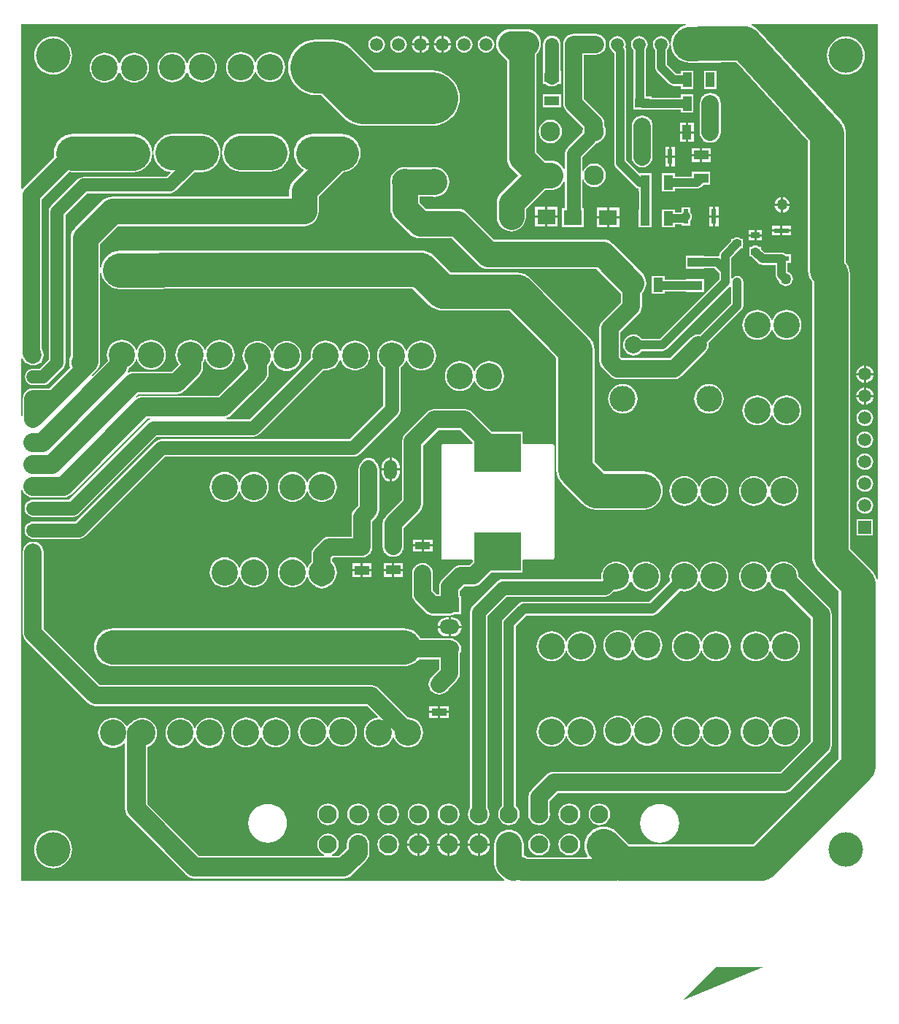
<source format=gtl>
G04*
G04 #@! TF.GenerationSoftware,Altium Limited,Altium Designer,18.0.11 (651)*
G04*
G04 Layer_Physical_Order=1*
G04 Layer_Color=255*
%FSLAX44Y44*%
%MOMM*%
G71*
G01*
G75*
%ADD14R,0.6000X1.7500*%
%ADD15R,1.1000X1.7000*%
%ADD16R,1.7000X1.1000*%
%ADD17R,2.1590X1.7780*%
%ADD18R,1.7500X0.6000*%
%ADD19R,1.0000X0.7000*%
%ADD20R,1.8000X0.8500*%
%ADD21R,5.4000X4.5000*%
%ADD22R,0.2000X0.3000*%
%ADD46C,4.0000*%
%ADD47C,2.5400*%
%ADD48C,3.0000*%
%ADD49C,3.0000*%
%ADD50C,2.0000*%
%ADD51C,6.0000*%
%ADD52C,2.2000*%
%ADD53C,1.0000*%
%ADD54C,1.2000*%
%ADD55C,1.6000*%
%ADD56C,1.5000*%
%ADD57C,2.1000*%
%ADD58R,1.5000X1.5000*%
%ADD59C,1.5000*%
%ADD60C,3.0480*%
%ADD61C,2.0000*%
%ADD62C,3.0000*%
%ADD63C,2.3000*%
%ADD64R,1.5000X1.5000*%
%ADD65O,2.2860X1.7000*%
%ADD66R,2.2860X1.7000*%
%ADD67O,1.5240X2.2860*%
%ADD68C,4.0000*%
%ADD69C,1.2700*%
G36*
X1282360Y1757450D02*
X1278231Y1756133D01*
X1274439Y1754035D01*
X1271128Y1751239D01*
X1268427Y1747850D01*
X1266439Y1743999D01*
X1265241Y1739834D01*
X1264878Y1735516D01*
X1265364Y1731210D01*
X1266681Y1727081D01*
X1268778Y1723289D01*
X1271575Y1719979D01*
X1274964Y1717278D01*
X1278815Y1715289D01*
X1282979Y1714091D01*
X1287298Y1713728D01*
X1304845Y1713978D01*
X1340607Y1714489D01*
X1423916Y1623001D01*
Y1473517D01*
X1424340Y1469205D01*
X1425598Y1465058D01*
X1427641Y1461236D01*
X1428488Y1460204D01*
X1428488Y1141476D01*
X1428912Y1137163D01*
X1430170Y1133016D01*
X1432213Y1129194D01*
X1434962Y1125844D01*
X1459730Y1101077D01*
Y906993D01*
X1360211Y807474D01*
X1331658Y807474D01*
X1216419Y807475D01*
X1202320Y821574D01*
X1198970Y824323D01*
X1195148Y826366D01*
X1191001Y827624D01*
X1186688Y828048D01*
X1182375Y827624D01*
X1178228Y826366D01*
X1174406Y824323D01*
X1171056Y821574D01*
X1168307Y818224D01*
X1166264Y814402D01*
X1165006Y810255D01*
X1164582Y805942D01*
X1165006Y801629D01*
X1166264Y797482D01*
X1168090Y794067D01*
X1167510Y792797D01*
X1098345D01*
X1097581Y793382D01*
X1094082Y794832D01*
Y807400D01*
X1093754Y810733D01*
X1092782Y813937D01*
X1091203Y816890D01*
X1089079Y819479D01*
X1086490Y821603D01*
X1083537Y823182D01*
X1080333Y824154D01*
X1077000Y824482D01*
X1073667Y824154D01*
X1070463Y823182D01*
X1067510Y821603D01*
X1064921Y819479D01*
X1062797Y816890D01*
X1061218Y813937D01*
X1060246Y810733D01*
X1059918Y807400D01*
Y785074D01*
X1060246Y781741D01*
X1061218Y778537D01*
X1062797Y775584D01*
X1064921Y772995D01*
X1069453Y768463D01*
X1071718Y766604D01*
X1071311Y765334D01*
X511334D01*
Y1218303D01*
X512604Y1218556D01*
X513644Y1216044D01*
X515728Y1213328D01*
X518444Y1211245D01*
X521606Y1209935D01*
X525000Y1209488D01*
X559914D01*
X559914Y1209488D01*
X563308Y1209935D01*
X566470Y1211245D01*
X569186Y1213328D01*
X657195Y1301338D01*
X660746D01*
X660999Y1300068D01*
X659167Y1299309D01*
X657078Y1297706D01*
X566658Y1207286D01*
X525000D01*
X522389Y1206943D01*
X519957Y1205935D01*
X517868Y1204332D01*
X516265Y1202243D01*
X515257Y1199810D01*
X514914Y1197200D01*
X515257Y1194589D01*
X516265Y1192157D01*
X517868Y1190068D01*
X519957Y1188465D01*
X522389Y1187457D01*
X525000Y1187114D01*
X570836D01*
X573447Y1187457D01*
X575879Y1188465D01*
X577968Y1190068D01*
X668388Y1280488D01*
X780542D01*
X783152Y1280831D01*
X785585Y1281839D01*
X787674Y1283442D01*
X861577Y1357345D01*
X864362Y1357071D01*
X867742Y1357404D01*
X870991Y1358389D01*
X873986Y1359990D01*
X876611Y1362144D01*
X878766Y1364770D01*
X880367Y1367765D01*
X880716Y1368917D01*
X882044D01*
X882393Y1367765D01*
X883994Y1364770D01*
X886149Y1362144D01*
X888774Y1359990D01*
X891769Y1358389D01*
X895018Y1357404D01*
X898398Y1357071D01*
X901778Y1357404D01*
X905027Y1358389D01*
X908022Y1359990D01*
X910648Y1362144D01*
X912802Y1364770D01*
X914403Y1367765D01*
X915388Y1371014D01*
X915721Y1374394D01*
X915388Y1377774D01*
X914403Y1381023D01*
X912802Y1384018D01*
X910648Y1386644D01*
X908022Y1388798D01*
X905027Y1390399D01*
X901778Y1391384D01*
X898398Y1391717D01*
X895018Y1391384D01*
X891769Y1390399D01*
X888774Y1388798D01*
X886149Y1386644D01*
X883994Y1384018D01*
X882393Y1381023D01*
X882044Y1379871D01*
X880716D01*
X880367Y1381023D01*
X878766Y1384018D01*
X876611Y1386644D01*
X873986Y1388798D01*
X870991Y1390399D01*
X867742Y1391384D01*
X864362Y1391717D01*
X860982Y1391384D01*
X857733Y1390399D01*
X854738Y1388798D01*
X852113Y1386644D01*
X849958Y1384018D01*
X848357Y1381023D01*
X847372Y1377774D01*
X847039Y1374394D01*
X847313Y1371609D01*
X776364Y1300660D01*
X749488D01*
X749235Y1301930D01*
X752046Y1303094D01*
X754762Y1305178D01*
X794386Y1344802D01*
X796469Y1347518D01*
X797779Y1350680D01*
X798226Y1354074D01*
Y1362434D01*
X799518Y1364008D01*
X801119Y1367003D01*
X801468Y1368155D01*
X802796D01*
X803145Y1367003D01*
X804746Y1364008D01*
X806900Y1361382D01*
X809526Y1359228D01*
X812521Y1357627D01*
X815770Y1356642D01*
X819150Y1356309D01*
X822530Y1356642D01*
X825779Y1357627D01*
X828774Y1359228D01*
X831400Y1361382D01*
X833554Y1364008D01*
X835155Y1367003D01*
X836141Y1370252D01*
X836473Y1373632D01*
X836141Y1377012D01*
X835155Y1380261D01*
X833554Y1383256D01*
X831400Y1385882D01*
X828774Y1388036D01*
X825779Y1389637D01*
X822530Y1390623D01*
X819150Y1390955D01*
X815770Y1390623D01*
X812521Y1389637D01*
X809526Y1388036D01*
X806900Y1385882D01*
X804746Y1383256D01*
X803145Y1380261D01*
X802796Y1379109D01*
X801468D01*
X801119Y1380261D01*
X799518Y1383256D01*
X797364Y1385882D01*
X794738Y1388036D01*
X791743Y1389637D01*
X788494Y1390623D01*
X785114Y1390955D01*
X781734Y1390623D01*
X778485Y1389637D01*
X775490Y1388036D01*
X772865Y1385882D01*
X770710Y1383256D01*
X769109Y1380261D01*
X768123Y1377012D01*
X767791Y1373632D01*
X768123Y1370252D01*
X769109Y1367003D01*
X770710Y1364008D01*
X772002Y1362434D01*
Y1359505D01*
X740059Y1327562D01*
X651764D01*
X651764Y1327562D01*
X648370Y1327115D01*
X645208Y1325806D01*
X644765Y1325466D01*
X643926Y1326423D01*
X647035Y1329532D01*
X691134D01*
X691134Y1329532D01*
X694528Y1329979D01*
X697690Y1331288D01*
X700406Y1333372D01*
X700406Y1333372D01*
X718440Y1351406D01*
X720524Y1354122D01*
X721833Y1357284D01*
X722280Y1360678D01*
Y1366441D01*
X723395Y1368527D01*
X723744Y1369679D01*
X725072D01*
X725421Y1368527D01*
X727022Y1365532D01*
X729176Y1362906D01*
X731802Y1360752D01*
X734797Y1359151D01*
X738046Y1358165D01*
X741426Y1357833D01*
X744806Y1358165D01*
X748055Y1359151D01*
X751050Y1360752D01*
X753676Y1362906D01*
X755830Y1365532D01*
X757431Y1368527D01*
X758417Y1371776D01*
X758749Y1375156D01*
X758417Y1378536D01*
X757431Y1381785D01*
X755830Y1384780D01*
X753676Y1387406D01*
X751050Y1389560D01*
X748055Y1391161D01*
X744806Y1392146D01*
X741426Y1392479D01*
X738046Y1392146D01*
X734797Y1391161D01*
X731802Y1389560D01*
X729176Y1387406D01*
X727022Y1384780D01*
X725421Y1381785D01*
X725072Y1380633D01*
X723744D01*
X723395Y1381785D01*
X721794Y1384780D01*
X719640Y1387406D01*
X717014Y1389560D01*
X714019Y1391161D01*
X710770Y1392146D01*
X707390Y1392479D01*
X704010Y1392146D01*
X700761Y1391161D01*
X697766Y1389560D01*
X695141Y1387406D01*
X692986Y1384780D01*
X691385Y1381785D01*
X690399Y1378536D01*
X690067Y1375156D01*
X690399Y1371776D01*
X691385Y1368527D01*
X692986Y1365532D01*
X694109Y1364163D01*
X685703Y1355756D01*
X641604D01*
X641604Y1355756D01*
X638210Y1355309D01*
X635758Y1354294D01*
X634786Y1355266D01*
X635727Y1357538D01*
X636067Y1360115D01*
X637258Y1360752D01*
X639883Y1362906D01*
X642038Y1365532D01*
X643639Y1368527D01*
X643988Y1369679D01*
X645316D01*
X645665Y1368527D01*
X647266Y1365532D01*
X649420Y1362906D01*
X652046Y1360752D01*
X655041Y1359151D01*
X658290Y1358165D01*
X661670Y1357833D01*
X665050Y1358165D01*
X668299Y1359151D01*
X671294Y1360752D01*
X673920Y1362906D01*
X676074Y1365532D01*
X677675Y1368527D01*
X678661Y1371776D01*
X678993Y1375156D01*
X678661Y1378536D01*
X677675Y1381785D01*
X676074Y1384780D01*
X673920Y1387406D01*
X671294Y1389560D01*
X668299Y1391161D01*
X665050Y1392146D01*
X661670Y1392479D01*
X658290Y1392146D01*
X655041Y1391161D01*
X652046Y1389560D01*
X651746Y1389314D01*
X649350Y1387476D01*
X647512Y1385080D01*
X647266Y1384780D01*
X645665Y1381785D01*
X645316Y1380633D01*
X643988D01*
X643639Y1381785D01*
X642038Y1384780D01*
X639883Y1387406D01*
X637258Y1389560D01*
X634263Y1391161D01*
X631014Y1392146D01*
X627634Y1392479D01*
X624254Y1392146D01*
X621005Y1391161D01*
X618010Y1389560D01*
X615384Y1387406D01*
X613230Y1384780D01*
X611629Y1381785D01*
X610644Y1378536D01*
X610311Y1375156D01*
X610644Y1371776D01*
X611629Y1368527D01*
X611798Y1368211D01*
X594307Y1350721D01*
X593350Y1351560D01*
X594428Y1352964D01*
X594532Y1353216D01*
X596025Y1354441D01*
X597549Y1355965D01*
X599673Y1358554D01*
X601252Y1361507D01*
X602224Y1364711D01*
X602552Y1368044D01*
Y1470075D01*
X603822Y1470137D01*
X603920Y1469141D01*
X605178Y1464994D01*
X607221Y1461172D01*
X609970Y1457822D01*
X613320Y1455073D01*
X617142Y1453030D01*
X621289Y1451772D01*
X625602Y1451348D01*
X673990D01*
X678303Y1451772D01*
X679415Y1452110D01*
X965187D01*
X984620Y1432677D01*
X984620Y1432676D01*
X987970Y1429927D01*
X991792Y1427884D01*
X995939Y1426626D01*
X1000252Y1426202D01*
X1077313D01*
X1131894Y1371621D01*
Y1241728D01*
X1132318Y1237415D01*
X1133576Y1233268D01*
X1135619Y1229446D01*
X1138368Y1226096D01*
X1162318Y1202147D01*
X1162318Y1202146D01*
X1165668Y1199397D01*
X1169490Y1197354D01*
X1173637Y1196096D01*
X1177950Y1195672D01*
X1233272D01*
X1237585Y1196096D01*
X1241732Y1197354D01*
X1245554Y1199397D01*
X1248904Y1202146D01*
X1251653Y1205496D01*
X1253696Y1209318D01*
X1254954Y1213465D01*
X1255378Y1217778D01*
X1254954Y1222091D01*
X1253696Y1226238D01*
X1251653Y1230060D01*
X1248904Y1233410D01*
X1245554Y1236159D01*
X1241732Y1238202D01*
X1237585Y1239460D01*
X1233272Y1239884D01*
X1187107D01*
X1176106Y1250885D01*
Y1380778D01*
X1176106Y1380778D01*
X1175682Y1385091D01*
X1174424Y1389238D01*
X1172381Y1393060D01*
X1169632Y1396410D01*
X1102102Y1463940D01*
X1098752Y1466689D01*
X1094930Y1468732D01*
X1090783Y1469990D01*
X1086470Y1470414D01*
X1009409D01*
X990992Y1488832D01*
X990992Y1488832D01*
X989976Y1489848D01*
X986626Y1492597D01*
X982804Y1494640D01*
X978657Y1495898D01*
X974344Y1496322D01*
X674752D01*
X670439Y1495898D01*
X669328Y1495560D01*
X625602D01*
X621289Y1495136D01*
X617142Y1493878D01*
X613320Y1491835D01*
X609970Y1489086D01*
X607221Y1485736D01*
X605178Y1481914D01*
X603920Y1477767D01*
X603822Y1476771D01*
X602552Y1476833D01*
Y1503208D01*
X623534Y1524190D01*
X839248D01*
X842580Y1524518D01*
X845785Y1525490D01*
X848738Y1527069D01*
X851327Y1529193D01*
X853451Y1531782D01*
X855030Y1534735D01*
X856002Y1537939D01*
X856330Y1541272D01*
Y1558172D01*
X885276Y1587118D01*
X887313Y1587318D01*
X891460Y1588576D01*
X895282Y1590619D01*
X898632Y1593368D01*
X901381Y1596718D01*
X903424Y1600540D01*
X904682Y1604687D01*
X905106Y1609000D01*
X904682Y1613313D01*
X903424Y1617460D01*
X901381Y1621282D01*
X898632Y1624632D01*
X895282Y1627381D01*
X891460Y1629424D01*
X887313Y1630682D01*
X883000Y1631106D01*
X849598D01*
X845285Y1630682D01*
X841138Y1629424D01*
X837316Y1627381D01*
X833966Y1624632D01*
X831217Y1621282D01*
X829174Y1617460D01*
X827916Y1613313D01*
X827492Y1609000D01*
X827916Y1604687D01*
X829174Y1600540D01*
X831217Y1596718D01*
X833966Y1593368D01*
X837316Y1590619D01*
X838426Y1590026D01*
X838612Y1588770D01*
X827169Y1577327D01*
X825044Y1574738D01*
X823466Y1571785D01*
X822494Y1568580D01*
X822166Y1565248D01*
Y1558354D01*
X616458D01*
X616458Y1558354D01*
X614870Y1558198D01*
X613125Y1558026D01*
X609921Y1557054D01*
X606968Y1555475D01*
X604379Y1553351D01*
X604379Y1553351D01*
X573391Y1522363D01*
X571267Y1519774D01*
X569688Y1516821D01*
X568716Y1513617D01*
X568388Y1510284D01*
Y1373476D01*
X568164Y1373057D01*
X567192Y1369853D01*
X566864Y1366520D01*
X567192Y1363187D01*
X568078Y1360265D01*
X544117Y1336304D01*
X525000D01*
X521867Y1335891D01*
X518948Y1334682D01*
X516441Y1332758D01*
X514518Y1330252D01*
X513309Y1327333D01*
X512896Y1324200D01*
Y1304382D01*
X512604Y1304066D01*
X511334Y1304562D01*
Y1370247D01*
X512604Y1370678D01*
X513919Y1368963D01*
X515500Y1367383D01*
Y1365500D01*
X517668D01*
X518948Y1364518D01*
X521867Y1363309D01*
X525000Y1362896D01*
X528133Y1363309D01*
X531052Y1364518D01*
X532332Y1365500D01*
X534500D01*
Y1367668D01*
X535482Y1368948D01*
X536691Y1371867D01*
X537104Y1375000D01*
X536691Y1378133D01*
X535482Y1381052D01*
X534582Y1382225D01*
Y1555309D01*
X566590Y1587317D01*
X566783Y1587258D01*
X571096Y1586834D01*
X640946D01*
X645259Y1587258D01*
X649406Y1588516D01*
X653228Y1590559D01*
X656578Y1593308D01*
X659327Y1596658D01*
X661370Y1600480D01*
X662628Y1604627D01*
X663052Y1608940D01*
X662628Y1613253D01*
X661370Y1617400D01*
X659327Y1621222D01*
X656578Y1624572D01*
X653228Y1627321D01*
X649406Y1629364D01*
X645259Y1630622D01*
X640946Y1631046D01*
X571096D01*
X566783Y1630622D01*
X562636Y1629364D01*
X558814Y1627321D01*
X555464Y1624572D01*
X552715Y1621222D01*
X550672Y1617400D01*
X549414Y1613253D01*
X548990Y1608940D01*
X549414Y1604627D01*
X549473Y1604434D01*
X513919Y1568880D01*
X512604Y1567166D01*
X511334Y1567597D01*
Y1758666D01*
X1282135D01*
X1282360Y1757450D01*
D02*
G37*
G36*
X1504666Y1115136D02*
X1503396Y1114948D01*
X1502260Y1118694D01*
X1500217Y1122516D01*
X1497468Y1125866D01*
X1497467Y1125866D01*
X1472700Y1150633D01*
X1472700Y1468945D01*
X1472276Y1473258D01*
X1471018Y1477405D01*
X1468975Y1481227D01*
X1468128Y1482258D01*
Y1631558D01*
X1467966Y1633202D01*
X1467882Y1634852D01*
X1467755Y1635355D01*
X1467704Y1635870D01*
X1467224Y1637452D01*
X1466819Y1639053D01*
X1466596Y1639521D01*
X1466446Y1640017D01*
X1465667Y1641475D01*
X1464957Y1642967D01*
X1464647Y1643382D01*
X1464403Y1643839D01*
X1463354Y1645117D01*
X1462367Y1646441D01*
X1366593Y1751620D01*
X1366091Y1752072D01*
X1365654Y1752589D01*
X1364485Y1753521D01*
X1363375Y1754522D01*
X1362794Y1754868D01*
X1362265Y1755290D01*
X1360936Y1755976D01*
X1359653Y1756742D01*
X1359016Y1756968D01*
X1358414Y1757278D01*
X1358005Y1757396D01*
X1358184Y1758666D01*
X1504666D01*
Y1115136D01*
D02*
G37*
G36*
X1279652Y627634D02*
X1317117Y665099D01*
X1372362D01*
X1279652Y627634D01*
D02*
G37*
%LPC*%
G36*
X975614Y1745033D02*
Y1736344D01*
X984303D01*
X984126Y1737695D01*
X983114Y1740137D01*
X981505Y1742235D01*
X979407Y1743844D01*
X976965Y1744856D01*
X975614Y1745033D01*
D02*
G37*
G36*
X1001014D02*
Y1736344D01*
X1009703D01*
X1009526Y1737695D01*
X1008514Y1740137D01*
X1006905Y1742235D01*
X1004807Y1743844D01*
X1002365Y1744856D01*
X1001014Y1745033D01*
D02*
G37*
G36*
X973074D02*
X971723Y1744856D01*
X969281Y1743844D01*
X967183Y1742235D01*
X965574Y1740137D01*
X964562Y1737695D01*
X964385Y1736344D01*
X973074D01*
Y1745033D01*
D02*
G37*
G36*
X998474D02*
X997123Y1744856D01*
X994681Y1743844D01*
X992583Y1742235D01*
X990974Y1740137D01*
X989962Y1737695D01*
X989785Y1736344D01*
X998474D01*
Y1745033D01*
D02*
G37*
G36*
X1050544Y1744656D02*
X1048064Y1744330D01*
X1045753Y1743372D01*
X1043768Y1741849D01*
X1042246Y1739865D01*
X1041289Y1737554D01*
X1040962Y1735074D01*
X1041289Y1732594D01*
X1042246Y1730283D01*
X1043768Y1728298D01*
X1045753Y1726776D01*
X1048064Y1725818D01*
X1050544Y1725492D01*
X1053024Y1725818D01*
X1055335Y1726776D01*
X1057319Y1728298D01*
X1058842Y1730283D01*
X1059799Y1732594D01*
X1060126Y1735074D01*
X1059799Y1737554D01*
X1058842Y1739865D01*
X1057319Y1741849D01*
X1055335Y1743372D01*
X1053024Y1744330D01*
X1050544Y1744656D01*
D02*
G37*
G36*
X1025144D02*
X1022664Y1744330D01*
X1020353Y1743372D01*
X1018369Y1741849D01*
X1016846Y1739865D01*
X1015889Y1737554D01*
X1015562Y1735074D01*
X1015889Y1732594D01*
X1016846Y1730283D01*
X1018369Y1728298D01*
X1020353Y1726776D01*
X1022664Y1725818D01*
X1025144Y1725492D01*
X1027624Y1725818D01*
X1029935Y1726776D01*
X1031919Y1728298D01*
X1033442Y1730283D01*
X1034399Y1732594D01*
X1034726Y1735074D01*
X1034399Y1737554D01*
X1033442Y1739865D01*
X1031919Y1741849D01*
X1029935Y1743372D01*
X1027624Y1744330D01*
X1025144Y1744656D01*
D02*
G37*
G36*
X948944D02*
X946464Y1744330D01*
X944153Y1743372D01*
X942169Y1741849D01*
X940646Y1739865D01*
X939688Y1737554D01*
X939362Y1735074D01*
X939688Y1732594D01*
X940646Y1730283D01*
X942169Y1728298D01*
X944153Y1726776D01*
X946464Y1725818D01*
X948944Y1725492D01*
X951424Y1725818D01*
X953735Y1726776D01*
X955719Y1728298D01*
X957242Y1730283D01*
X958199Y1732594D01*
X958526Y1735074D01*
X958199Y1737554D01*
X957242Y1739865D01*
X955719Y1741849D01*
X953735Y1743372D01*
X951424Y1744330D01*
X948944Y1744656D01*
D02*
G37*
G36*
X923544D02*
X921064Y1744330D01*
X918753Y1743372D01*
X916768Y1741849D01*
X915246Y1739865D01*
X914288Y1737554D01*
X913962Y1735074D01*
X914288Y1732594D01*
X915246Y1730283D01*
X916768Y1728298D01*
X918753Y1726776D01*
X921064Y1725818D01*
X923544Y1725492D01*
X926024Y1725818D01*
X928335Y1726776D01*
X930319Y1728298D01*
X931842Y1730283D01*
X932800Y1732594D01*
X933126Y1735074D01*
X932800Y1737554D01*
X931842Y1739865D01*
X930319Y1741849D01*
X928335Y1743372D01*
X926024Y1744330D01*
X923544Y1744656D01*
D02*
G37*
G36*
X1009703Y1733804D02*
X1001014D01*
Y1725115D01*
X1002365Y1725292D01*
X1004807Y1726304D01*
X1006905Y1727913D01*
X1008514Y1730011D01*
X1009526Y1732453D01*
X1009703Y1733804D01*
D02*
G37*
G36*
X984303D02*
X975614D01*
Y1725115D01*
X976965Y1725292D01*
X979407Y1726304D01*
X981505Y1727913D01*
X983114Y1730011D01*
X984126Y1732453D01*
X984303Y1733804D01*
D02*
G37*
G36*
X998474D02*
X989785D01*
X989962Y1732453D01*
X990974Y1730011D01*
X992583Y1727913D01*
X994681Y1726304D01*
X997123Y1725292D01*
X998474Y1725115D01*
Y1733804D01*
D02*
G37*
G36*
X973074D02*
X964385D01*
X964562Y1732453D01*
X965574Y1730011D01*
X967183Y1727913D01*
X969281Y1726304D01*
X971723Y1725292D01*
X973074Y1725115D01*
Y1733804D01*
D02*
G37*
G36*
X800100Y1725981D02*
X796720Y1725648D01*
X793471Y1724663D01*
X790476Y1723062D01*
X787850Y1720907D01*
X785696Y1718282D01*
X784095Y1715287D01*
X783746Y1714135D01*
X782418D01*
X782069Y1715287D01*
X780468Y1718282D01*
X778314Y1720907D01*
X775688Y1723062D01*
X772693Y1724663D01*
X769444Y1725648D01*
X766064Y1725981D01*
X762684Y1725648D01*
X759435Y1724663D01*
X756440Y1723062D01*
X753814Y1720907D01*
X751660Y1718282D01*
X750059Y1715287D01*
X749073Y1712038D01*
X748741Y1708658D01*
X749073Y1705278D01*
X750059Y1702029D01*
X751660Y1699034D01*
X753814Y1696409D01*
X756440Y1694254D01*
X759435Y1692653D01*
X762684Y1691667D01*
X766064Y1691335D01*
X769444Y1691667D01*
X772693Y1692653D01*
X775688Y1694254D01*
X778314Y1696409D01*
X780468Y1699034D01*
X782069Y1702029D01*
X782418Y1703181D01*
X783746D01*
X784095Y1702029D01*
X785696Y1699034D01*
X787850Y1696409D01*
X790476Y1694254D01*
X793471Y1692653D01*
X796720Y1691667D01*
X800100Y1691335D01*
X803480Y1691667D01*
X806729Y1692653D01*
X809724Y1694254D01*
X812349Y1696409D01*
X814504Y1699034D01*
X816105Y1702029D01*
X817091Y1705278D01*
X817423Y1708658D01*
X817091Y1712038D01*
X816105Y1715287D01*
X814504Y1718282D01*
X812349Y1720907D01*
X809724Y1723062D01*
X806729Y1724663D01*
X803480Y1725648D01*
X800100Y1725981D01*
D02*
G37*
G36*
X720598Y1725473D02*
X717218Y1725141D01*
X713969Y1724155D01*
X710974Y1722554D01*
X708348Y1720399D01*
X706194Y1717774D01*
X704593Y1714779D01*
X704244Y1713627D01*
X702916D01*
X702567Y1714779D01*
X700966Y1717774D01*
X698811Y1720399D01*
X696186Y1722554D01*
X693191Y1724155D01*
X689942Y1725141D01*
X686562Y1725473D01*
X683182Y1725141D01*
X679933Y1724155D01*
X676938Y1722554D01*
X674313Y1720399D01*
X672158Y1717774D01*
X670557Y1714779D01*
X669572Y1711530D01*
X669239Y1708150D01*
X669572Y1704770D01*
X670557Y1701521D01*
X672158Y1698526D01*
X674313Y1695901D01*
X676938Y1693746D01*
X679933Y1692145D01*
X683182Y1691160D01*
X686562Y1690827D01*
X689942Y1691160D01*
X693191Y1692145D01*
X696186Y1693746D01*
X698811Y1695901D01*
X700966Y1698526D01*
X702567Y1701521D01*
X702916Y1702673D01*
X704244D01*
X704593Y1701521D01*
X706194Y1698526D01*
X708348Y1695901D01*
X710974Y1693746D01*
X713969Y1692145D01*
X717218Y1691160D01*
X720598Y1690827D01*
X723978Y1691160D01*
X727227Y1692145D01*
X730222Y1693746D01*
X732848Y1695901D01*
X735002Y1698526D01*
X736603Y1701521D01*
X737589Y1704770D01*
X737921Y1708150D01*
X737589Y1711530D01*
X736603Y1714779D01*
X735002Y1717774D01*
X732848Y1720399D01*
X730222Y1722554D01*
X727227Y1724155D01*
X723978Y1725141D01*
X720598Y1725473D01*
D02*
G37*
G36*
X642000Y1725323D02*
X638620Y1724991D01*
X635371Y1724005D01*
X632376Y1722404D01*
X629751Y1720249D01*
X627596Y1717624D01*
X625995Y1714629D01*
X625646Y1713477D01*
X624318D01*
X623969Y1714629D01*
X622368Y1717624D01*
X620214Y1720249D01*
X617588Y1722404D01*
X614593Y1724005D01*
X611344Y1724991D01*
X607964Y1725323D01*
X604584Y1724991D01*
X601335Y1724005D01*
X598340Y1722404D01*
X595714Y1720249D01*
X593560Y1717624D01*
X591959Y1714629D01*
X590974Y1711380D01*
X590641Y1708000D01*
X590974Y1704620D01*
X591959Y1701371D01*
X593560Y1698376D01*
X595714Y1695750D01*
X598340Y1693596D01*
X601335Y1691995D01*
X604584Y1691009D01*
X607964Y1690677D01*
X611344Y1691009D01*
X614593Y1691995D01*
X617588Y1693596D01*
X620214Y1695750D01*
X622368Y1698376D01*
X623969Y1701371D01*
X624318Y1702523D01*
X625646D01*
X625995Y1701371D01*
X627596Y1698376D01*
X629751Y1695750D01*
X632376Y1693596D01*
X635371Y1691995D01*
X638620Y1691009D01*
X642000Y1690677D01*
X645380Y1691009D01*
X648629Y1691995D01*
X651624Y1693596D01*
X654249Y1695750D01*
X656404Y1698376D01*
X658005Y1701371D01*
X658991Y1704620D01*
X659323Y1708000D01*
X658991Y1711380D01*
X658005Y1714629D01*
X656404Y1717624D01*
X654249Y1720249D01*
X651624Y1722404D01*
X648629Y1724005D01*
X645380Y1724991D01*
X642000Y1725323D01*
D02*
G37*
G36*
X548000Y1744106D02*
X543687Y1743682D01*
X539540Y1742424D01*
X535718Y1740381D01*
X532368Y1737632D01*
X529619Y1734282D01*
X527576Y1730460D01*
X526318Y1726313D01*
X525894Y1722000D01*
X526318Y1717687D01*
X527576Y1713540D01*
X529619Y1709718D01*
X532368Y1706368D01*
X535718Y1703619D01*
X539540Y1701576D01*
X543687Y1700318D01*
X548000Y1699894D01*
X552313Y1700318D01*
X556460Y1701576D01*
X560282Y1703619D01*
X563632Y1706368D01*
X566381Y1709718D01*
X568424Y1713540D01*
X569682Y1717687D01*
X570106Y1722000D01*
X569682Y1726313D01*
X568424Y1730460D01*
X566381Y1734282D01*
X563632Y1737632D01*
X560282Y1740381D01*
X556460Y1742424D01*
X552313Y1743682D01*
X548000Y1744106D01*
D02*
G37*
G36*
X1126744Y1745160D02*
X1124134Y1744817D01*
X1121701Y1743809D01*
X1119612Y1742206D01*
X1118009Y1740117D01*
X1117001Y1737684D01*
X1116658Y1735074D01*
Y1704004D01*
X1116244D01*
Y1689004D01*
X1119711D01*
X1121701Y1687477D01*
X1124134Y1686469D01*
X1126744Y1686126D01*
X1129354Y1686469D01*
X1131787Y1687477D01*
X1133777Y1689004D01*
X1137244D01*
Y1704004D01*
X1136830D01*
Y1735074D01*
X1136487Y1737684D01*
X1135479Y1740117D01*
X1133876Y1742206D01*
X1131787Y1743809D01*
X1129354Y1744817D01*
X1126744Y1745160D01*
D02*
G37*
G36*
X1318178Y1704172D02*
X1303178D01*
Y1683172D01*
X1318178D01*
Y1704172D01*
D02*
G37*
G36*
X1253744Y1744656D02*
X1251264Y1744330D01*
X1248953Y1743372D01*
X1246969Y1741849D01*
X1245446Y1739865D01*
X1244489Y1737554D01*
X1244162Y1735074D01*
X1244489Y1732594D01*
X1245446Y1730283D01*
X1246430Y1729001D01*
Y1708658D01*
X1246670Y1706831D01*
X1247375Y1705128D01*
X1248498Y1703666D01*
X1263230Y1688934D01*
X1264692Y1687812D01*
X1266395Y1687106D01*
X1268222Y1686866D01*
X1276178Y1686866D01*
Y1683172D01*
X1291178D01*
Y1704172D01*
X1276178D01*
Y1700986D01*
X1271146Y1700986D01*
X1260550Y1711582D01*
Y1728339D01*
X1262042Y1730283D01*
X1262999Y1732594D01*
X1263326Y1735074D01*
X1262999Y1737554D01*
X1262042Y1739865D01*
X1260519Y1741849D01*
X1258535Y1743372D01*
X1256224Y1744330D01*
X1253744Y1744656D01*
D02*
G37*
G36*
X1137244Y1677004D02*
X1116244D01*
Y1662004D01*
X1137244D01*
Y1677004D01*
D02*
G37*
G36*
X1228344Y1744656D02*
X1225864Y1744330D01*
X1223553Y1743372D01*
X1221569Y1741849D01*
X1220046Y1739865D01*
X1219089Y1737554D01*
X1218762Y1735074D01*
X1219089Y1732594D01*
X1220046Y1730283D01*
X1221569Y1728298D01*
X1221792Y1728127D01*
Y1674756D01*
X1221400D01*
Y1659756D01*
X1229770D01*
X1230581Y1659420D01*
X1232408Y1659180D01*
X1276178D01*
Y1655994D01*
X1291178D01*
Y1676994D01*
X1276178D01*
Y1673300D01*
X1242400D01*
Y1674756D01*
X1235912D01*
Y1729332D01*
X1236642Y1730283D01*
X1237599Y1732594D01*
X1237926Y1735074D01*
X1237599Y1737554D01*
X1236642Y1739865D01*
X1235119Y1741849D01*
X1233135Y1743372D01*
X1230824Y1744330D01*
X1228344Y1744656D01*
D02*
G37*
G36*
X871982Y1740503D02*
X852932D01*
X847911Y1740108D01*
X843013Y1738932D01*
X838359Y1737004D01*
X834065Y1734373D01*
X830235Y1731101D01*
X826963Y1727271D01*
X824332Y1722977D01*
X822404Y1718323D01*
X821228Y1713425D01*
X820833Y1708404D01*
X821228Y1703383D01*
X822404Y1698485D01*
X824332Y1693831D01*
X826963Y1689537D01*
X830235Y1685707D01*
X834065Y1682435D01*
X838359Y1679804D01*
X843013Y1677876D01*
X847911Y1676700D01*
X852932Y1676305D01*
X858686D01*
X885099Y1649893D01*
X888929Y1646621D01*
X893223Y1643990D01*
X897877Y1642062D01*
X902775Y1640886D01*
X907796Y1640491D01*
X987806D01*
X992827Y1640886D01*
X997725Y1642062D01*
X1002379Y1643990D01*
X1006673Y1646621D01*
X1010503Y1649893D01*
X1013775Y1653723D01*
X1016406Y1658017D01*
X1018334Y1662671D01*
X1019510Y1667569D01*
X1019905Y1672590D01*
X1019510Y1677611D01*
X1018334Y1682509D01*
X1016406Y1687163D01*
X1013775Y1691457D01*
X1010503Y1695287D01*
X1006673Y1698559D01*
X1002379Y1701190D01*
X997725Y1703118D01*
X992827Y1704294D01*
X987806Y1704689D01*
X921092D01*
X894679Y1731101D01*
X890849Y1734373D01*
X886555Y1737004D01*
X881901Y1738932D01*
X877003Y1740108D01*
X871982Y1740503D01*
D02*
G37*
G36*
X1291464Y1644006D02*
X1284694D01*
Y1634236D01*
X1291464D01*
Y1644006D01*
D02*
G37*
G36*
X1282154D02*
X1275384D01*
Y1634236D01*
X1282154D01*
Y1644006D01*
D02*
G37*
G36*
X1291464Y1631696D02*
X1284694D01*
Y1621926D01*
X1291464D01*
Y1631696D01*
D02*
G37*
G36*
X1282154D02*
X1275384D01*
Y1621926D01*
X1282154D01*
Y1631696D01*
D02*
G37*
G36*
X1310678Y1678598D02*
X1307545Y1678185D01*
X1304670Y1676994D01*
X1303178D01*
Y1675865D01*
X1302119Y1675052D01*
X1300196Y1672546D01*
X1298987Y1669627D01*
X1298574Y1666494D01*
Y1634895D01*
X1298320Y1632966D01*
X1298733Y1629833D01*
X1299942Y1626914D01*
X1301866Y1624408D01*
X1302924Y1623595D01*
Y1622466D01*
X1304416D01*
X1307291Y1621275D01*
X1310424Y1620862D01*
X1313557Y1621275D01*
X1316432Y1622466D01*
X1317924D01*
Y1623595D01*
X1318983Y1624408D01*
X1319236Y1624662D01*
X1321160Y1627168D01*
X1322369Y1630087D01*
X1322782Y1633220D01*
Y1666494D01*
X1322369Y1669627D01*
X1321160Y1672546D01*
X1319236Y1675052D01*
X1318178Y1675865D01*
Y1676994D01*
X1316686D01*
X1313811Y1678185D01*
X1310678Y1678598D01*
D02*
G37*
G36*
X1125220Y1647599D02*
X1121696Y1647135D01*
X1118412Y1645774D01*
X1115592Y1643610D01*
X1113428Y1640790D01*
X1112067Y1637506D01*
X1111603Y1633982D01*
X1112067Y1630458D01*
X1113428Y1627174D01*
X1115592Y1624354D01*
X1118412Y1622190D01*
X1121696Y1620829D01*
X1125220Y1620365D01*
X1128744Y1620829D01*
X1132028Y1622190D01*
X1134848Y1624354D01*
X1137012Y1627174D01*
X1138372Y1630458D01*
X1138837Y1633982D01*
X1138372Y1637506D01*
X1137012Y1640790D01*
X1134848Y1643610D01*
X1132028Y1645774D01*
X1128744Y1647135D01*
X1125220Y1647599D01*
D02*
G37*
G36*
X1311012Y1614882D02*
X1301242D01*
Y1608112D01*
X1311012D01*
Y1614882D01*
D02*
G37*
G36*
X1298702D02*
X1288932D01*
Y1608112D01*
X1298702D01*
Y1614882D01*
D02*
G37*
G36*
X1269692Y1616316D02*
X1265422D01*
Y1606296D01*
X1269692D01*
Y1616316D01*
D02*
G37*
G36*
X1262882D02*
X1258612D01*
Y1606296D01*
X1262882D01*
Y1616316D01*
D02*
G37*
G36*
X1264152Y1605026D02*
D01*
D01*
D01*
D02*
G37*
G36*
X1311012Y1605572D02*
X1301242D01*
Y1598802D01*
X1311012D01*
Y1605572D01*
D02*
G37*
G36*
X1298702D02*
X1288932D01*
Y1598802D01*
X1298702D01*
Y1605572D01*
D02*
G37*
G36*
X1269692Y1603756D02*
X1265422D01*
Y1593736D01*
X1269692D01*
Y1603756D01*
D02*
G37*
G36*
X1262882D02*
X1258612D01*
Y1593736D01*
X1262882D01*
Y1603756D01*
D02*
G37*
G36*
X990600Y1592631D02*
X988151Y1592390D01*
X959013D01*
X956564Y1592631D01*
X953184Y1592298D01*
X949935Y1591313D01*
X946940Y1589712D01*
X944314Y1587558D01*
X942160Y1584932D01*
X940559Y1581937D01*
X939574Y1578688D01*
X939241Y1575308D01*
X939482Y1572859D01*
Y1544574D01*
X939810Y1541241D01*
X940782Y1538037D01*
X942361Y1535084D01*
X944485Y1532495D01*
X961757Y1515223D01*
X964346Y1513099D01*
X967299Y1511520D01*
X970503Y1510548D01*
X973836Y1510220D01*
X1010194D01*
X1040751Y1479663D01*
X1043340Y1477539D01*
X1046293Y1475960D01*
X1049497Y1474988D01*
X1052830Y1474660D01*
X1178596D01*
X1207096Y1446160D01*
Y1436213D01*
X1185442Y1414559D01*
X1183518Y1412052D01*
X1182309Y1409133D01*
X1181896Y1406000D01*
Y1368000D01*
X1182309Y1364867D01*
X1183518Y1361948D01*
X1185442Y1359442D01*
X1194442Y1350441D01*
X1196948Y1348518D01*
X1199867Y1347309D01*
X1203000Y1346896D01*
X1269030D01*
X1272163Y1347309D01*
X1275082Y1348518D01*
X1277589Y1350441D01*
X1305137Y1377990D01*
X1307060Y1380496D01*
X1308269Y1383415D01*
X1308682Y1386548D01*
X1308435Y1388420D01*
X1346992Y1426978D01*
X1348114Y1428440D01*
X1348820Y1430143D01*
X1349060Y1431970D01*
Y1459396D01*
X1348820Y1461223D01*
X1348114Y1462926D01*
X1346992Y1464388D01*
X1345530Y1465511D01*
X1343827Y1466216D01*
X1342000Y1466456D01*
X1340173Y1466216D01*
X1338470Y1465511D01*
X1337008Y1464388D01*
X1336330Y1463506D01*
X1335060Y1463937D01*
Y1473000D01*
Y1487467D01*
X1346281Y1498688D01*
X1348796D01*
Y1503729D01*
X1348856Y1504188D01*
X1348796Y1504647D01*
Y1509688D01*
X1346127D01*
X1345326Y1510302D01*
X1343623Y1511008D01*
X1341796Y1511248D01*
X1339969Y1511008D01*
X1338266Y1510302D01*
X1337465Y1509688D01*
X1334796D01*
Y1507173D01*
X1323008Y1495385D01*
X1321886Y1493922D01*
X1321180Y1492219D01*
X1320940Y1490392D01*
Y1490271D01*
X1319670Y1489304D01*
X1318618Y1489442D01*
X1303360D01*
Y1489882D01*
X1282360D01*
Y1474882D01*
X1303360D01*
Y1475322D01*
X1315694D01*
X1320940Y1470076D01*
Y1462321D01*
X1252227Y1393608D01*
X1231286D01*
X1230136Y1395107D01*
X1227630Y1397030D01*
X1224711Y1398239D01*
X1221578Y1398652D01*
X1218445Y1398239D01*
X1215526Y1397030D01*
X1213019Y1395107D01*
X1211096Y1392600D01*
X1209887Y1389681D01*
X1209474Y1386548D01*
X1209887Y1383415D01*
X1211096Y1380496D01*
X1213019Y1377990D01*
X1215526Y1376066D01*
X1218445Y1374857D01*
X1221578Y1374444D01*
X1224711Y1374857D01*
X1227630Y1376066D01*
X1230136Y1377990D01*
X1231286Y1379488D01*
X1255152D01*
X1256979Y1379728D01*
X1258682Y1380434D01*
X1260145Y1381556D01*
X1332033Y1453444D01*
X1333452D01*
Y1454019D01*
X1333670Y1454175D01*
X1334940Y1453522D01*
Y1434895D01*
X1298450Y1398405D01*
X1296578Y1398652D01*
X1293445Y1398239D01*
X1290526Y1397030D01*
X1288020Y1395107D01*
X1264016Y1371104D01*
X1208014D01*
X1206104Y1373013D01*
Y1400986D01*
X1227758Y1422641D01*
X1229682Y1425148D01*
X1230891Y1428067D01*
X1231304Y1431200D01*
Y1446165D01*
X1233403Y1448724D01*
X1234982Y1451677D01*
X1235954Y1454881D01*
X1236282Y1458214D01*
X1235954Y1461547D01*
X1234982Y1464751D01*
X1233403Y1467704D01*
X1231279Y1470293D01*
X1197751Y1503821D01*
X1195162Y1505945D01*
X1192209Y1507524D01*
X1189005Y1508496D01*
X1185672Y1508824D01*
X1059906D01*
X1029349Y1539381D01*
X1026760Y1541505D01*
X1023807Y1543084D01*
X1020603Y1544056D01*
X1017270Y1544384D01*
X980912D01*
X973646Y1551650D01*
Y1558226D01*
X988151D01*
X990600Y1557985D01*
X993980Y1558318D01*
X997229Y1559303D01*
X1000224Y1560904D01*
X1002850Y1563058D01*
X1005004Y1565684D01*
X1006605Y1568679D01*
X1007590Y1571928D01*
X1007923Y1575308D01*
X1007590Y1578688D01*
X1006605Y1581937D01*
X1005004Y1584932D01*
X1002850Y1587558D01*
X1000224Y1589712D01*
X997229Y1591313D01*
X993980Y1592298D01*
X990600Y1592631D01*
D02*
G37*
G36*
X1231564Y1652360D02*
X1228431Y1651947D01*
X1225512Y1650738D01*
X1223006Y1648815D01*
X1222193Y1647756D01*
X1221400D01*
Y1646722D01*
X1221082Y1646308D01*
X1219873Y1643389D01*
X1219460Y1640256D01*
Y1604264D01*
X1219873Y1601131D01*
X1221082Y1598212D01*
X1223006Y1595706D01*
X1225512Y1593782D01*
X1228431Y1592573D01*
X1231564Y1592160D01*
X1234697Y1592573D01*
X1237616Y1593782D01*
X1240123Y1595706D01*
X1242046Y1598212D01*
X1243255Y1601131D01*
X1243668Y1604264D01*
Y1640256D01*
X1243255Y1643389D01*
X1242400Y1645453D01*
Y1647756D01*
X1240935D01*
X1240123Y1648815D01*
X1237616Y1650738D01*
X1234697Y1651947D01*
X1231564Y1652360D01*
D02*
G37*
G36*
X800100Y1631704D02*
X766064D01*
X761751Y1631280D01*
X757604Y1630022D01*
X753782Y1627979D01*
X750432Y1625230D01*
X747683Y1621880D01*
X745640Y1618058D01*
X744382Y1613911D01*
X743958Y1609598D01*
X744382Y1605285D01*
X745640Y1601138D01*
X747683Y1597316D01*
X750432Y1593966D01*
X753782Y1591217D01*
X757604Y1589174D01*
X761751Y1587916D01*
X766064Y1587492D01*
X800100D01*
X804413Y1587916D01*
X808560Y1589174D01*
X812382Y1591217D01*
X815732Y1593966D01*
X818481Y1597316D01*
X820524Y1601138D01*
X821782Y1605285D01*
X822206Y1609598D01*
X821782Y1613911D01*
X820524Y1618058D01*
X818481Y1621880D01*
X815732Y1625230D01*
X812382Y1627979D01*
X808560Y1630022D01*
X804413Y1631280D01*
X800100Y1631704D01*
D02*
G37*
G36*
X1310472Y1587342D02*
X1289472D01*
Y1581860D01*
X1269664D01*
Y1585300D01*
X1254664D01*
Y1564300D01*
X1269664D01*
Y1567740D01*
X1294930D01*
X1296757Y1567980D01*
X1298460Y1568685D01*
X1299922Y1569808D01*
X1302457Y1572342D01*
X1310472D01*
Y1587342D01*
D02*
G37*
G36*
X1097026Y1752918D02*
X1079246D01*
X1075913Y1752590D01*
X1072709Y1751618D01*
X1069756Y1750039D01*
X1067167Y1747915D01*
X1065043Y1745326D01*
X1063464Y1742373D01*
X1062492Y1739169D01*
X1062164Y1735836D01*
X1062492Y1732503D01*
X1063464Y1729299D01*
X1065043Y1726346D01*
X1067167Y1723757D01*
X1074775Y1716149D01*
Y1603082D01*
X1075104Y1599750D01*
X1076076Y1596545D01*
X1077654Y1593592D01*
X1079779Y1591004D01*
X1087727Y1583055D01*
X1067675Y1563003D01*
X1065551Y1560414D01*
X1063972Y1557461D01*
X1063000Y1554257D01*
X1062672Y1550924D01*
Y1535176D01*
X1063000Y1531843D01*
X1063972Y1528639D01*
X1065551Y1525686D01*
X1067675Y1523097D01*
X1070264Y1520973D01*
X1073217Y1519394D01*
X1076421Y1518422D01*
X1079754Y1518094D01*
X1083087Y1518422D01*
X1086291Y1519394D01*
X1089244Y1520973D01*
X1091833Y1523097D01*
X1093957Y1525686D01*
X1095536Y1528639D01*
X1096508Y1531843D01*
X1096836Y1535176D01*
Y1543848D01*
X1119088Y1566100D01*
X1125220D01*
X1128553Y1566428D01*
X1131757Y1567400D01*
X1134710Y1568979D01*
X1137299Y1571103D01*
X1139423Y1573692D01*
X1140788Y1576244D01*
X1142058Y1575926D01*
Y1545050D01*
X1138587D01*
Y1523270D01*
X1164177D01*
Y1545050D01*
X1162230D01*
Y1577878D01*
X1163500Y1578130D01*
X1164228Y1576374D01*
X1166392Y1573554D01*
X1169212Y1571390D01*
X1172496Y1570029D01*
X1176020Y1569565D01*
X1179544Y1570029D01*
X1182828Y1571390D01*
X1185648Y1573554D01*
X1187812Y1576374D01*
X1189173Y1579658D01*
X1189637Y1583182D01*
X1189173Y1586706D01*
X1187812Y1589990D01*
X1185648Y1592810D01*
X1182828Y1594974D01*
X1179544Y1596335D01*
X1176020Y1596799D01*
X1172496Y1596335D01*
X1169212Y1594974D01*
X1166392Y1592810D01*
X1164228Y1589990D01*
X1163500Y1588234D01*
X1162230Y1588486D01*
Y1604404D01*
X1176802Y1618976D01*
X1178076Y1620636D01*
X1179544Y1620829D01*
X1182828Y1622190D01*
X1185648Y1624354D01*
X1187812Y1627174D01*
X1189173Y1630458D01*
X1189637Y1633982D01*
X1189173Y1637506D01*
X1187812Y1640790D01*
X1187616Y1641047D01*
Y1643126D01*
X1187203Y1646259D01*
X1185994Y1649178D01*
X1184071Y1651685D01*
X1164248Y1671508D01*
Y1722970D01*
X1177544D01*
X1180677Y1723383D01*
X1183596Y1724592D01*
X1186103Y1726516D01*
X1188026Y1729022D01*
X1189235Y1731941D01*
X1189648Y1735074D01*
X1189235Y1738207D01*
X1188026Y1741126D01*
X1186103Y1743633D01*
X1183596Y1745556D01*
X1180677Y1746765D01*
X1177544Y1747178D01*
X1152144D01*
X1149011Y1746765D01*
X1146092Y1745556D01*
X1143586Y1743633D01*
X1141662Y1741126D01*
X1140453Y1738207D01*
X1140040Y1735074D01*
Y1666494D01*
X1140453Y1663361D01*
X1141662Y1660442D01*
X1143586Y1657935D01*
X1163204Y1638317D01*
X1162868Y1637506D01*
X1162403Y1633982D01*
X1162505Y1633208D01*
X1145012Y1615714D01*
X1143409Y1613625D01*
X1142401Y1611192D01*
X1142058Y1608582D01*
Y1590438D01*
X1140788Y1590120D01*
X1139423Y1592672D01*
X1137299Y1595261D01*
X1134710Y1597385D01*
X1131757Y1598964D01*
X1128553Y1599936D01*
X1125220Y1600264D01*
X1118834D01*
X1108940Y1610158D01*
Y1723224D01*
X1108904Y1723592D01*
X1109105Y1723757D01*
X1111229Y1726346D01*
X1112808Y1729299D01*
X1113780Y1732503D01*
X1114108Y1735836D01*
X1113780Y1739169D01*
X1112808Y1742373D01*
X1111229Y1745326D01*
X1109105Y1747915D01*
X1106516Y1750039D01*
X1103563Y1751618D01*
X1100359Y1752590D01*
X1097026Y1752918D01*
D02*
G37*
G36*
X1395270Y1557800D02*
Y1550270D01*
X1402800D01*
X1402661Y1551321D01*
X1401765Y1553483D01*
X1400340Y1555340D01*
X1398483Y1556765D01*
X1396321Y1557661D01*
X1395270Y1557800D01*
D02*
G37*
G36*
X1392730D02*
X1391679Y1557661D01*
X1389517Y1556765D01*
X1387660Y1555340D01*
X1386235Y1553483D01*
X1385339Y1551321D01*
X1385201Y1550270D01*
X1392730D01*
Y1557800D01*
D02*
G37*
G36*
X1287198Y1546180D02*
X1277198D01*
Y1540415D01*
X1276988Y1540204D01*
X1269664D01*
Y1543644D01*
X1254664D01*
Y1522644D01*
X1269664D01*
Y1526084D01*
X1277198D01*
Y1524680D01*
X1287198D01*
Y1530447D01*
X1288313Y1531900D01*
X1289018Y1533603D01*
X1289258Y1535430D01*
X1289018Y1537257D01*
X1288313Y1538960D01*
X1287198Y1540413D01*
Y1546180D01*
D02*
G37*
G36*
X1402800Y1547730D02*
X1395270D01*
Y1540201D01*
X1396321Y1540339D01*
X1398483Y1541235D01*
X1400340Y1542660D01*
X1401765Y1544517D01*
X1402661Y1546679D01*
X1402800Y1547730D01*
D02*
G37*
G36*
X1392730D02*
X1385201D01*
X1385339Y1546679D01*
X1386235Y1544517D01*
X1387660Y1542660D01*
X1389517Y1541235D01*
X1391679Y1540339D01*
X1392730Y1540201D01*
Y1547730D01*
D02*
G37*
G36*
X1320238Y1546720D02*
X1315968D01*
Y1536700D01*
X1320238D01*
Y1546720D01*
D02*
G37*
G36*
X1313428D02*
X1309158D01*
Y1536700D01*
X1313428D01*
Y1546720D01*
D02*
G37*
G36*
X1133729Y1546606D02*
X1121664D01*
Y1536446D01*
X1133729D01*
Y1546606D01*
D02*
G37*
G36*
X1119124D02*
X1107059D01*
Y1536446D01*
X1119124D01*
Y1546606D01*
D02*
G37*
G36*
X1205357Y1545590D02*
X1193292D01*
Y1535430D01*
X1205357D01*
Y1545590D01*
D02*
G37*
G36*
X1190752D02*
X1178687D01*
Y1535430D01*
X1190752D01*
Y1545590D01*
D02*
G37*
G36*
X1320238Y1534160D02*
X1315968D01*
Y1524140D01*
X1320238D01*
Y1534160D01*
D02*
G37*
G36*
X1313428D02*
X1309158D01*
Y1524140D01*
X1313428D01*
Y1534160D01*
D02*
G37*
G36*
X1133729Y1533906D02*
X1121664D01*
Y1523746D01*
X1133729D01*
Y1533906D01*
D02*
G37*
G36*
X1119124D02*
X1107059D01*
Y1523746D01*
X1119124D01*
Y1533906D01*
D02*
G37*
G36*
X1205357Y1532890D02*
X1193292D01*
Y1522730D01*
X1205357D01*
Y1532890D01*
D02*
G37*
G36*
X1190752D02*
X1178687D01*
Y1522730D01*
X1190752D01*
Y1532890D01*
D02*
G37*
G36*
X1202944Y1744656D02*
X1200464Y1744330D01*
X1198153Y1743372D01*
X1196169Y1741849D01*
X1194646Y1739865D01*
X1193689Y1737554D01*
X1193362Y1735074D01*
X1193689Y1732594D01*
X1194646Y1730283D01*
X1196169Y1728298D01*
X1196268Y1728222D01*
X1196575Y1727480D01*
X1197698Y1726018D01*
X1199186Y1724530D01*
Y1597152D01*
X1199426Y1595325D01*
X1200132Y1593622D01*
X1201254Y1592160D01*
X1223987Y1569427D01*
X1225449Y1568304D01*
X1227152Y1567599D01*
X1227664Y1567532D01*
Y1564300D01*
X1228104D01*
Y1543644D01*
X1227664D01*
Y1522644D01*
X1242664D01*
Y1543644D01*
X1242224D01*
Y1564300D01*
X1242664D01*
Y1585300D01*
X1228083D01*
X1213306Y1600076D01*
Y1727454D01*
X1213066Y1729281D01*
X1212361Y1730984D01*
X1211823Y1731685D01*
X1212199Y1732594D01*
X1212526Y1735074D01*
X1212199Y1737554D01*
X1211242Y1739865D01*
X1209719Y1741849D01*
X1207735Y1743372D01*
X1205424Y1744330D01*
X1202944Y1744656D01*
D02*
G37*
G36*
X1404480Y1524454D02*
X1394460D01*
Y1520184D01*
X1404480D01*
Y1524454D01*
D02*
G37*
G36*
X1391920D02*
X1381900D01*
Y1520184D01*
X1391920D01*
Y1524454D01*
D02*
G37*
G36*
X1370336Y1519728D02*
X1364066D01*
Y1514958D01*
X1370336D01*
Y1519728D01*
D02*
G37*
G36*
X1361526D02*
X1355256D01*
Y1514958D01*
X1361526D01*
Y1519728D01*
D02*
G37*
G36*
X1404480Y1517644D02*
X1394460D01*
Y1513374D01*
X1404480D01*
Y1517644D01*
D02*
G37*
G36*
X1391920D02*
X1381900D01*
Y1513374D01*
X1391920D01*
Y1517644D01*
D02*
G37*
G36*
X1370336Y1512418D02*
X1364066D01*
Y1507648D01*
X1370336D01*
Y1512418D01*
D02*
G37*
G36*
X1361526D02*
X1355256D01*
Y1507648D01*
X1361526D01*
Y1512418D01*
D02*
G37*
G36*
X1362796Y1501748D02*
X1360969Y1501508D01*
X1359266Y1500802D01*
X1358465Y1500188D01*
X1355796D01*
Y1495147D01*
X1355736Y1494688D01*
X1355796Y1494229D01*
Y1489188D01*
X1358311D01*
X1366078Y1481422D01*
X1367540Y1480300D01*
X1369243Y1479594D01*
X1371070Y1479354D01*
X1386130D01*
Y1468120D01*
X1386370Y1466293D01*
X1387076Y1464590D01*
X1388198Y1463128D01*
X1389831Y1461494D01*
X1389881Y1461114D01*
X1390722Y1459083D01*
X1392061Y1457339D01*
X1393805Y1456000D01*
X1395836Y1455159D01*
X1398016Y1454872D01*
X1400196Y1455159D01*
X1402227Y1456000D01*
X1403971Y1457339D01*
X1405310Y1459083D01*
X1406151Y1461114D01*
X1406438Y1463294D01*
X1406151Y1465474D01*
X1405310Y1467505D01*
X1403971Y1469249D01*
X1402227Y1470588D01*
X1400250Y1471407D01*
Y1481414D01*
X1403940D01*
Y1491414D01*
X1398173D01*
X1396720Y1492529D01*
X1395017Y1493234D01*
X1393190Y1493474D01*
X1373994D01*
X1369796Y1497673D01*
Y1500188D01*
X1367127D01*
X1366326Y1500802D01*
X1364623Y1501508D01*
X1362796Y1501748D01*
D02*
G37*
G36*
X1257434Y1466682D02*
X1242434D01*
Y1445682D01*
X1257434D01*
Y1448322D01*
X1282360D01*
Y1447882D01*
X1303360D01*
Y1462882D01*
X1282360D01*
Y1462442D01*
X1257434D01*
Y1466682D01*
D02*
G37*
G36*
X1399032Y1427023D02*
X1395652Y1426691D01*
X1392403Y1425705D01*
X1389408Y1424104D01*
X1386783Y1421949D01*
X1384628Y1419324D01*
X1383027Y1416329D01*
X1382678Y1415177D01*
X1381350D01*
X1381001Y1416329D01*
X1379400Y1419324D01*
X1377245Y1421949D01*
X1374620Y1424104D01*
X1371625Y1425705D01*
X1368376Y1426691D01*
X1364996Y1427023D01*
X1361616Y1426691D01*
X1358367Y1425705D01*
X1355372Y1424104D01*
X1352746Y1421949D01*
X1350592Y1419324D01*
X1348991Y1416329D01*
X1348006Y1413080D01*
X1347673Y1409700D01*
X1348006Y1406320D01*
X1348991Y1403071D01*
X1350592Y1400076D01*
X1352746Y1397451D01*
X1355372Y1395296D01*
X1358367Y1393695D01*
X1361616Y1392710D01*
X1364996Y1392377D01*
X1368376Y1392710D01*
X1371625Y1393695D01*
X1374620Y1395296D01*
X1377245Y1397451D01*
X1379400Y1400076D01*
X1381001Y1403071D01*
X1381350Y1404223D01*
X1382678D01*
X1383027Y1403071D01*
X1384628Y1400076D01*
X1386783Y1397451D01*
X1389408Y1395296D01*
X1392403Y1393695D01*
X1395652Y1392710D01*
X1399032Y1392377D01*
X1402412Y1392710D01*
X1405661Y1393695D01*
X1408656Y1395296D01*
X1411281Y1397451D01*
X1413436Y1400076D01*
X1415037Y1403071D01*
X1416022Y1406320D01*
X1416355Y1409700D01*
X1416022Y1413080D01*
X1415037Y1416329D01*
X1413436Y1419324D01*
X1411281Y1421949D01*
X1408656Y1424104D01*
X1405661Y1425705D01*
X1402412Y1426691D01*
X1399032Y1427023D01*
D02*
G37*
G36*
X975360Y1391463D02*
X971980Y1391131D01*
X968731Y1390145D01*
X965736Y1388544D01*
X963111Y1386389D01*
X960956Y1383764D01*
X959355Y1380769D01*
X959006Y1379617D01*
X957678D01*
X957329Y1380769D01*
X955728Y1383764D01*
X953574Y1386389D01*
X950948Y1388544D01*
X947953Y1390145D01*
X944704Y1391131D01*
X941324Y1391463D01*
X937944Y1391131D01*
X934695Y1390145D01*
X931700Y1388544D01*
X929074Y1386389D01*
X926920Y1383764D01*
X925319Y1380769D01*
X924333Y1377520D01*
X924001Y1374140D01*
X924333Y1370760D01*
X925319Y1367511D01*
X926920Y1364516D01*
X929074Y1361891D01*
X931238Y1360115D01*
Y1316088D01*
X892442Y1277292D01*
X673608D01*
X670997Y1276949D01*
X668565Y1275941D01*
X666476Y1274338D01*
X574024Y1181886D01*
X525000D01*
X522389Y1181543D01*
X519957Y1180535D01*
X517868Y1178932D01*
X516265Y1176843D01*
X515257Y1174410D01*
X514914Y1171800D01*
X515257Y1169190D01*
X516265Y1166757D01*
X517868Y1164668D01*
X519957Y1163065D01*
X522389Y1162057D01*
X525000Y1161714D01*
X578202D01*
X580812Y1162057D01*
X583245Y1163065D01*
X585334Y1164668D01*
X677786Y1257120D01*
X896620D01*
X899230Y1257463D01*
X901663Y1258471D01*
X903752Y1260074D01*
X948456Y1304778D01*
X950059Y1306867D01*
X951067Y1309299D01*
X951410Y1311910D01*
Y1360115D01*
X953574Y1361891D01*
X955728Y1364516D01*
X957329Y1367511D01*
X957678Y1368663D01*
X959006D01*
X959355Y1367511D01*
X960956Y1364516D01*
X963111Y1361891D01*
X965736Y1359736D01*
X968731Y1358135D01*
X971980Y1357150D01*
X975360Y1356817D01*
X978740Y1357150D01*
X981989Y1358135D01*
X984984Y1359736D01*
X987609Y1361891D01*
X989764Y1364516D01*
X991365Y1367511D01*
X992350Y1370760D01*
X992683Y1374140D01*
X992350Y1377520D01*
X991365Y1380769D01*
X989764Y1383764D01*
X987609Y1386389D01*
X984984Y1388544D01*
X981989Y1390145D01*
X978740Y1391131D01*
X975360Y1391463D01*
D02*
G37*
G36*
X1054100Y1367841D02*
X1050720Y1367509D01*
X1047471Y1366523D01*
X1044476Y1364922D01*
X1041851Y1362767D01*
X1039696Y1360142D01*
X1038095Y1357147D01*
X1037746Y1355995D01*
X1036418D01*
X1036069Y1357147D01*
X1034468Y1360142D01*
X1032314Y1362767D01*
X1029688Y1364922D01*
X1026693Y1366523D01*
X1023444Y1367509D01*
X1020064Y1367841D01*
X1016684Y1367509D01*
X1013435Y1366523D01*
X1010440Y1364922D01*
X1007814Y1362767D01*
X1005660Y1360142D01*
X1004059Y1357147D01*
X1003074Y1353898D01*
X1002741Y1350518D01*
X1003074Y1347138D01*
X1004059Y1343889D01*
X1005660Y1340894D01*
X1007814Y1338268D01*
X1010440Y1336114D01*
X1013435Y1334513D01*
X1016684Y1333528D01*
X1020064Y1333195D01*
X1023444Y1333528D01*
X1026693Y1334513D01*
X1029688Y1336114D01*
X1032314Y1338268D01*
X1034468Y1340894D01*
X1036069Y1343889D01*
X1036418Y1345041D01*
X1037746D01*
X1038095Y1343889D01*
X1039696Y1340894D01*
X1041851Y1338268D01*
X1044476Y1336114D01*
X1047471Y1334513D01*
X1050720Y1333528D01*
X1054100Y1333195D01*
X1057480Y1333528D01*
X1060729Y1334513D01*
X1063724Y1336114D01*
X1066349Y1338268D01*
X1068504Y1340894D01*
X1070105Y1343889D01*
X1071090Y1347138D01*
X1071423Y1350518D01*
X1071090Y1353898D01*
X1070105Y1357147D01*
X1068504Y1360142D01*
X1066349Y1362767D01*
X1063724Y1364922D01*
X1060729Y1366523D01*
X1057480Y1367509D01*
X1054100Y1367841D01*
D02*
G37*
G36*
X720344Y1631196D02*
X686562D01*
X682249Y1630772D01*
X678102Y1629514D01*
X674280Y1627471D01*
X670930Y1624722D01*
X668181Y1621372D01*
X666138Y1617550D01*
X664880Y1613403D01*
X664456Y1609090D01*
X664880Y1604777D01*
X666138Y1600630D01*
X668181Y1596808D01*
X670930Y1593458D01*
X674280Y1590709D01*
X678102Y1588666D01*
X682249Y1587408D01*
X683839Y1587252D01*
X684267Y1586056D01*
X679545Y1581334D01*
X583438D01*
X580958Y1581008D01*
X578647Y1580050D01*
X576662Y1578527D01*
X545928Y1547793D01*
X544406Y1545809D01*
X543448Y1543498D01*
X543122Y1541018D01*
Y1369473D01*
X532831Y1359182D01*
X525000D01*
X522520Y1358855D01*
X520209Y1357898D01*
X518224Y1356375D01*
X516702Y1354391D01*
X515745Y1352080D01*
X515418Y1349600D01*
X515745Y1347120D01*
X516702Y1344809D01*
X518224Y1342825D01*
X520209Y1341302D01*
X522520Y1340345D01*
X525000Y1340018D01*
X536800D01*
X539280Y1340345D01*
X541591Y1341302D01*
X543575Y1342825D01*
X559479Y1358729D01*
X561002Y1360713D01*
X561959Y1363024D01*
X562286Y1365504D01*
Y1537049D01*
X587407Y1562170D01*
X683514D01*
X685994Y1562496D01*
X688305Y1563454D01*
X690289Y1564977D01*
X712297Y1586984D01*
X720344D01*
X724657Y1587408D01*
X728804Y1588666D01*
X732626Y1590709D01*
X735976Y1593458D01*
X738725Y1596808D01*
X740768Y1600630D01*
X742026Y1604777D01*
X742450Y1609090D01*
X742026Y1613403D01*
X740768Y1617550D01*
X738725Y1621372D01*
X735976Y1624722D01*
X732626Y1627471D01*
X728804Y1629514D01*
X724657Y1630772D01*
X720344Y1631196D01*
D02*
G37*
G36*
X1399032Y1327963D02*
X1395652Y1327630D01*
X1392403Y1326645D01*
X1389408Y1325044D01*
X1386783Y1322890D01*
X1384628Y1320264D01*
X1383027Y1317269D01*
X1382678Y1316117D01*
X1381350D01*
X1381001Y1317269D01*
X1379400Y1320264D01*
X1377245Y1322890D01*
X1374620Y1325044D01*
X1371625Y1326645D01*
X1368376Y1327630D01*
X1364996Y1327963D01*
X1361616Y1327630D01*
X1358367Y1326645D01*
X1355372Y1325044D01*
X1352746Y1322890D01*
X1350592Y1320264D01*
X1348991Y1317269D01*
X1348006Y1314020D01*
X1347673Y1310640D01*
X1348006Y1307260D01*
X1348991Y1304011D01*
X1350592Y1301016D01*
X1352746Y1298391D01*
X1355372Y1296236D01*
X1358367Y1294635D01*
X1361616Y1293649D01*
X1364996Y1293317D01*
X1368376Y1293649D01*
X1371625Y1294635D01*
X1374620Y1296236D01*
X1377245Y1298391D01*
X1379400Y1301016D01*
X1381001Y1304011D01*
X1381350Y1305163D01*
X1382678D01*
X1383027Y1304011D01*
X1384628Y1301016D01*
X1386783Y1298391D01*
X1389408Y1296236D01*
X1392403Y1294635D01*
X1395652Y1293649D01*
X1399032Y1293317D01*
X1402412Y1293649D01*
X1405661Y1294635D01*
X1408656Y1296236D01*
X1411281Y1298391D01*
X1413436Y1301016D01*
X1415037Y1304011D01*
X1416022Y1307260D01*
X1416355Y1310640D01*
X1416022Y1314020D01*
X1415037Y1317269D01*
X1413436Y1320264D01*
X1411281Y1322890D01*
X1408656Y1325044D01*
X1405661Y1326645D01*
X1402412Y1327630D01*
X1399032Y1327963D01*
D02*
G37*
G36*
X1309078Y1341130D02*
X1305745Y1340802D01*
X1302541Y1339830D01*
X1299588Y1338251D01*
X1296999Y1336127D01*
X1294875Y1333538D01*
X1293296Y1330585D01*
X1292324Y1327381D01*
X1291996Y1324048D01*
X1292324Y1320715D01*
X1293296Y1317511D01*
X1294875Y1314558D01*
X1296999Y1311969D01*
X1299588Y1309845D01*
X1302541Y1308266D01*
X1305745Y1307294D01*
X1309078Y1306966D01*
X1312411Y1307294D01*
X1315615Y1308266D01*
X1318568Y1309845D01*
X1321157Y1311969D01*
X1323281Y1314558D01*
X1324860Y1317511D01*
X1325832Y1320715D01*
X1326160Y1324048D01*
X1325832Y1327381D01*
X1324860Y1330585D01*
X1323281Y1333538D01*
X1321157Y1336127D01*
X1318568Y1338251D01*
X1315615Y1339830D01*
X1312411Y1340802D01*
X1309078Y1341130D01*
D02*
G37*
G36*
X1209078D02*
X1205745Y1340802D01*
X1202541Y1339830D01*
X1199588Y1338251D01*
X1196999Y1336127D01*
X1194875Y1333538D01*
X1193296Y1330585D01*
X1192324Y1327381D01*
X1191996Y1324048D01*
X1192324Y1320715D01*
X1193296Y1317511D01*
X1194875Y1314558D01*
X1196999Y1311969D01*
X1199588Y1309845D01*
X1202541Y1308266D01*
X1205745Y1307294D01*
X1209078Y1306966D01*
X1212411Y1307294D01*
X1215615Y1308266D01*
X1218568Y1309845D01*
X1221157Y1311969D01*
X1223281Y1314558D01*
X1224860Y1317511D01*
X1225832Y1320715D01*
X1226160Y1324048D01*
X1225832Y1327381D01*
X1224860Y1330585D01*
X1223281Y1333538D01*
X1221157Y1336127D01*
X1218568Y1338251D01*
X1215615Y1339830D01*
X1212411Y1340802D01*
X1209078Y1341130D01*
D02*
G37*
G36*
X1025658Y1312103D02*
X990000D01*
X986867Y1311691D01*
X983948Y1310482D01*
X981441Y1308559D01*
X956641Y1283759D01*
X954718Y1281252D01*
X953509Y1278333D01*
X953096Y1275200D01*
Y1242060D01*
Y1207214D01*
X934035Y1188152D01*
X932112Y1185646D01*
X930903Y1182727D01*
X930490Y1179594D01*
Y1152944D01*
X930903Y1149811D01*
X932094Y1146936D01*
Y1145444D01*
X933223D01*
X934035Y1144386D01*
X936542Y1142462D01*
X939461Y1141253D01*
X942594Y1140840D01*
X945727Y1141253D01*
X948646Y1142462D01*
X951152Y1144386D01*
X951965Y1145444D01*
X953094D01*
Y1146936D01*
X954285Y1149811D01*
X954698Y1152944D01*
Y1174581D01*
X973758Y1193642D01*
X975682Y1196148D01*
X976891Y1199067D01*
X977304Y1202200D01*
Y1242060D01*
Y1270187D01*
X995013Y1287896D01*
X1020645D01*
X1035006Y1273535D01*
Y1272433D01*
X1034874Y1272233D01*
X1033736Y1271489D01*
X1033526Y1271531D01*
X1000506D01*
X999726Y1271376D01*
X999064Y1270934D01*
X998622Y1270272D01*
X998467Y1269492D01*
Y1139952D01*
X998622Y1139172D01*
X999064Y1138510D01*
X999726Y1138068D01*
X1000506Y1137913D01*
X1033526D01*
X1033836Y1137974D01*
X1034920Y1137306D01*
X1035106Y1137075D01*
Y1135069D01*
X1031141Y1131104D01*
X1021000D01*
X1017867Y1130691D01*
X1014948Y1129482D01*
X1012441Y1127559D01*
X999567Y1114685D01*
X997644Y1112178D01*
X996435Y1109259D01*
X996022Y1106126D01*
Y1097192D01*
X993925D01*
X988988Y1102130D01*
Y1121670D01*
X988575Y1124803D01*
X987884Y1126471D01*
Y1127920D01*
X987214D01*
X985443Y1130229D01*
X982936Y1132152D01*
X980017Y1133361D01*
X976884Y1133774D01*
X973751Y1133361D01*
X970832Y1132152D01*
X968326Y1130229D01*
X966554Y1127920D01*
X965884D01*
Y1126471D01*
X965193Y1124803D01*
X964780Y1121670D01*
Y1097116D01*
X965193Y1093983D01*
X966402Y1091064D01*
X968326Y1088558D01*
X980353Y1076529D01*
X982860Y1074606D01*
X985779Y1073397D01*
X988912Y1072984D01*
X1008126D01*
X1011259Y1073397D01*
X1014134Y1074588D01*
X1021556D01*
Y1095588D01*
X1020230D01*
Y1101113D01*
X1026013Y1106896D01*
X1036154D01*
X1039287Y1107309D01*
X1042206Y1108518D01*
X1044713Y1110442D01*
X1056723Y1122452D01*
X1093106D01*
Y1137057D01*
X1094376Y1137935D01*
X1094486Y1137913D01*
X1127506D01*
X1128286Y1138068D01*
X1128948Y1138510D01*
X1129390Y1139172D01*
X1129545Y1139952D01*
Y1269492D01*
X1129390Y1270272D01*
X1128948Y1270934D01*
X1128286Y1271376D01*
X1127506Y1271531D01*
X1094486D01*
X1094276Y1271489D01*
X1093138Y1272233D01*
X1093006Y1272433D01*
Y1286152D01*
X1056623D01*
X1034217Y1308559D01*
X1031710Y1310482D01*
X1028791Y1311691D01*
X1025658Y1312103D01*
D02*
G37*
G36*
X941070Y1255950D02*
Y1243330D01*
X950048D01*
Y1245870D01*
X949698Y1248522D01*
X948675Y1250994D01*
X947046Y1253116D01*
X944924Y1254745D01*
X942452Y1255769D01*
X941070Y1255950D01*
D02*
G37*
G36*
X938530D02*
X937148Y1255769D01*
X934676Y1254745D01*
X932554Y1253116D01*
X930925Y1250994D01*
X929902Y1248522D01*
X929552Y1245870D01*
Y1243330D01*
X938530D01*
Y1255950D01*
D02*
G37*
G36*
X950048Y1240790D02*
X941070D01*
Y1228169D01*
X942452Y1228352D01*
X944924Y1229375D01*
X947046Y1231004D01*
X948675Y1233126D01*
X949698Y1235598D01*
X950048Y1238250D01*
Y1240790D01*
D02*
G37*
G36*
X938530D02*
X929552D01*
Y1238250D01*
X929902Y1235598D01*
X930925Y1233126D01*
X932554Y1231004D01*
X934676Y1229375D01*
X937148Y1228352D01*
X938530Y1228169D01*
Y1240790D01*
D02*
G37*
G36*
X860036Y1239383D02*
X856656Y1239051D01*
X853407Y1238065D01*
X850412Y1236464D01*
X847786Y1234309D01*
X845632Y1231684D01*
X844031Y1228689D01*
X843682Y1227537D01*
X842354D01*
X842005Y1228689D01*
X840404Y1231684D01*
X838250Y1234309D01*
X835624Y1236464D01*
X832629Y1238065D01*
X829380Y1239051D01*
X826000Y1239383D01*
X822620Y1239051D01*
X819371Y1238065D01*
X816376Y1236464D01*
X813751Y1234309D01*
X811596Y1231684D01*
X809995Y1228689D01*
X809009Y1225440D01*
X808677Y1222060D01*
X809009Y1218680D01*
X809995Y1215431D01*
X811596Y1212436D01*
X813751Y1209810D01*
X816376Y1207656D01*
X819371Y1206055D01*
X822620Y1205069D01*
X826000Y1204737D01*
X829380Y1205069D01*
X832629Y1206055D01*
X835624Y1207656D01*
X838250Y1209810D01*
X840404Y1212436D01*
X842005Y1215431D01*
X842354Y1216583D01*
X843682D01*
X844031Y1215431D01*
X845632Y1212436D01*
X847786Y1209810D01*
X850412Y1207656D01*
X853407Y1206055D01*
X856656Y1205069D01*
X860036Y1204737D01*
X863416Y1205069D01*
X866665Y1206055D01*
X869660Y1207656D01*
X872286Y1209810D01*
X874440Y1212436D01*
X876041Y1215431D01*
X877027Y1218680D01*
X877359Y1222060D01*
X877027Y1225440D01*
X876041Y1228689D01*
X874440Y1231684D01*
X872286Y1234309D01*
X869660Y1236464D01*
X866665Y1238065D01*
X863416Y1239051D01*
X860036Y1239383D01*
D02*
G37*
G36*
X781000D02*
X777620Y1239051D01*
X774371Y1238065D01*
X771376Y1236464D01*
X768751Y1234309D01*
X766596Y1231684D01*
X764995Y1228689D01*
X764646Y1227537D01*
X763318D01*
X762969Y1228689D01*
X761368Y1231684D01*
X759213Y1234309D01*
X756588Y1236464D01*
X753593Y1238065D01*
X750344Y1239051D01*
X746964Y1239383D01*
X743584Y1239051D01*
X740335Y1238065D01*
X737340Y1236464D01*
X734715Y1234309D01*
X732560Y1231684D01*
X730959Y1228689D01*
X729973Y1225440D01*
X729641Y1222060D01*
X729973Y1218680D01*
X730959Y1215431D01*
X732560Y1212436D01*
X734715Y1209810D01*
X737340Y1207656D01*
X740335Y1206055D01*
X743584Y1205069D01*
X746964Y1204737D01*
X750344Y1205069D01*
X753593Y1206055D01*
X756588Y1207656D01*
X759213Y1209810D01*
X761368Y1212436D01*
X762969Y1215431D01*
X763318Y1216583D01*
X764646D01*
X764995Y1215431D01*
X766596Y1212436D01*
X768751Y1209810D01*
X771376Y1207656D01*
X774371Y1206055D01*
X777620Y1205069D01*
X781000Y1204737D01*
X784380Y1205069D01*
X787629Y1206055D01*
X790624Y1207656D01*
X793250Y1209810D01*
X795404Y1212436D01*
X797005Y1215431D01*
X797990Y1218680D01*
X798323Y1222060D01*
X797990Y1225440D01*
X797005Y1228689D01*
X795404Y1231684D01*
X793250Y1234309D01*
X790624Y1236464D01*
X787629Y1238065D01*
X784380Y1239051D01*
X781000Y1239383D01*
D02*
G37*
G36*
X1395504Y1234383D02*
X1392124Y1234051D01*
X1388875Y1233065D01*
X1385880Y1231464D01*
X1383255Y1229309D01*
X1381100Y1226684D01*
X1379499Y1223689D01*
X1379150Y1222537D01*
X1377822D01*
X1377473Y1223689D01*
X1375872Y1226684D01*
X1373717Y1229309D01*
X1371092Y1231464D01*
X1368097Y1233065D01*
X1364848Y1234051D01*
X1361468Y1234383D01*
X1358088Y1234051D01*
X1354839Y1233065D01*
X1351844Y1231464D01*
X1349218Y1229309D01*
X1347064Y1226684D01*
X1345463Y1223689D01*
X1344477Y1220440D01*
X1344145Y1217060D01*
X1344477Y1213680D01*
X1345463Y1210431D01*
X1347064Y1207436D01*
X1349218Y1204810D01*
X1351844Y1202656D01*
X1354839Y1201055D01*
X1358088Y1200070D01*
X1361468Y1199737D01*
X1364848Y1200070D01*
X1368097Y1201055D01*
X1371092Y1202656D01*
X1373717Y1204810D01*
X1375872Y1207436D01*
X1377473Y1210431D01*
X1377822Y1211583D01*
X1379150D01*
X1379499Y1210431D01*
X1381100Y1207436D01*
X1383255Y1204810D01*
X1385880Y1202656D01*
X1388875Y1201055D01*
X1392124Y1200070D01*
X1395504Y1199737D01*
X1398884Y1200070D01*
X1402133Y1201055D01*
X1405128Y1202656D01*
X1407753Y1204810D01*
X1409908Y1207436D01*
X1411509Y1210431D01*
X1412495Y1213680D01*
X1412827Y1217060D01*
X1412495Y1220440D01*
X1411509Y1223689D01*
X1409908Y1226684D01*
X1407753Y1229309D01*
X1405128Y1231464D01*
X1402133Y1233065D01*
X1398884Y1234051D01*
X1395504Y1234383D01*
D02*
G37*
G36*
X1314504D02*
X1311124Y1234051D01*
X1307875Y1233065D01*
X1304880Y1231464D01*
X1302254Y1229309D01*
X1300100Y1226684D01*
X1298499Y1223689D01*
X1298150Y1222537D01*
X1296822D01*
X1296473Y1223689D01*
X1294872Y1226684D01*
X1292717Y1229309D01*
X1290092Y1231464D01*
X1287097Y1233065D01*
X1283848Y1234051D01*
X1280468Y1234383D01*
X1277088Y1234051D01*
X1273839Y1233065D01*
X1270844Y1231464D01*
X1268219Y1229309D01*
X1266064Y1226684D01*
X1264463Y1223689D01*
X1263477Y1220440D01*
X1263145Y1217060D01*
X1263477Y1213680D01*
X1264463Y1210431D01*
X1266064Y1207436D01*
X1268219Y1204810D01*
X1270844Y1202656D01*
X1273839Y1201055D01*
X1277088Y1200070D01*
X1280468Y1199737D01*
X1283848Y1200070D01*
X1287097Y1201055D01*
X1290092Y1202656D01*
X1292717Y1204810D01*
X1294872Y1207436D01*
X1296473Y1210431D01*
X1296822Y1211583D01*
X1298150D01*
X1298499Y1210431D01*
X1300100Y1207436D01*
X1302254Y1204810D01*
X1304880Y1202656D01*
X1307875Y1201055D01*
X1311124Y1200070D01*
X1314504Y1199737D01*
X1317884Y1200070D01*
X1321133Y1201055D01*
X1324128Y1202656D01*
X1326754Y1204810D01*
X1328908Y1207436D01*
X1330509Y1210431D01*
X1331494Y1213680D01*
X1331827Y1217060D01*
X1331494Y1220440D01*
X1330509Y1223689D01*
X1328908Y1226684D01*
X1326754Y1229309D01*
X1324128Y1231464D01*
X1321133Y1233065D01*
X1317884Y1234051D01*
X1314504Y1234383D01*
D02*
G37*
G36*
X988424Y1160960D02*
X978154D01*
Y1155440D01*
X988424D01*
Y1160960D01*
D02*
G37*
G36*
X975614D02*
X965344D01*
Y1155440D01*
X975614D01*
Y1160960D01*
D02*
G37*
G36*
X988424Y1152900D02*
X978154D01*
Y1147380D01*
X988424D01*
Y1152900D01*
D02*
G37*
G36*
X975614D02*
X965344D01*
Y1147380D01*
X975614D01*
Y1152900D01*
D02*
G37*
G36*
X914400Y1255573D02*
X911889Y1255242D01*
X909548Y1254273D01*
X907539Y1252731D01*
X906027Y1250761D01*
X905842Y1250619D01*
X903918Y1248112D01*
X902709Y1245193D01*
X902296Y1242060D01*
Y1200414D01*
X897713Y1195831D01*
X895790Y1193324D01*
X894581Y1190405D01*
X894168Y1187272D01*
Y1164286D01*
X868182D01*
X865049Y1163873D01*
X862130Y1162664D01*
X859623Y1160741D01*
X851486Y1152602D01*
X849562Y1150096D01*
X848353Y1147177D01*
X847940Y1144044D01*
Y1135376D01*
X847786Y1135249D01*
X845632Y1132624D01*
X844031Y1129629D01*
X843682Y1128477D01*
X842354D01*
X842005Y1129629D01*
X840404Y1132624D01*
X838250Y1135249D01*
X835624Y1137404D01*
X832629Y1139005D01*
X829380Y1139990D01*
X826000Y1140323D01*
X822620Y1139990D01*
X819371Y1139005D01*
X816376Y1137404D01*
X813751Y1135249D01*
X811596Y1132624D01*
X809995Y1129629D01*
X809009Y1126380D01*
X808677Y1123000D01*
X809009Y1119620D01*
X809995Y1116371D01*
X811596Y1113376D01*
X813751Y1110751D01*
X816376Y1108596D01*
X819371Y1106995D01*
X822620Y1106009D01*
X826000Y1105677D01*
X829380Y1106009D01*
X832629Y1106995D01*
X835624Y1108596D01*
X838250Y1110751D01*
X840404Y1113376D01*
X842005Y1116371D01*
X842354Y1117523D01*
X843682D01*
X844031Y1116371D01*
X845632Y1113376D01*
X847786Y1110751D01*
X850412Y1108596D01*
X851160Y1108196D01*
X851486Y1107772D01*
X853992Y1105848D01*
X856911Y1104639D01*
X860044Y1104226D01*
X863177Y1104639D01*
X866096Y1105848D01*
X868603Y1107772D01*
X868940Y1108211D01*
X869660Y1108596D01*
X872286Y1110751D01*
X874440Y1113376D01*
X876041Y1116371D01*
X877027Y1119620D01*
X877359Y1123000D01*
X877027Y1126380D01*
X876041Y1129629D01*
X874440Y1132624D01*
X872286Y1135249D01*
X872148Y1135363D01*
Y1139031D01*
X873195Y1140078D01*
X906272D01*
X909405Y1140491D01*
X912324Y1141700D01*
X914830Y1143624D01*
X915643Y1144682D01*
X916772D01*
Y1146174D01*
X917963Y1149049D01*
X918376Y1152182D01*
Y1182259D01*
X922959Y1186842D01*
X924882Y1189348D01*
X926091Y1192267D01*
X926504Y1195400D01*
Y1242060D01*
X926091Y1245193D01*
X924882Y1248112D01*
X922959Y1250619D01*
X922773Y1250761D01*
X921261Y1252731D01*
X919251Y1254273D01*
X916911Y1255242D01*
X914400Y1255573D01*
D02*
G37*
G36*
X781000Y1140323D02*
X777620Y1139990D01*
X774371Y1139005D01*
X771376Y1137404D01*
X768751Y1135249D01*
X766596Y1132624D01*
X764995Y1129629D01*
X764646Y1128477D01*
X763318D01*
X762969Y1129629D01*
X761368Y1132624D01*
X759213Y1135249D01*
X756588Y1137404D01*
X753593Y1139005D01*
X750344Y1139990D01*
X746964Y1140323D01*
X743584Y1139990D01*
X740335Y1139005D01*
X737340Y1137404D01*
X734715Y1135249D01*
X732560Y1132624D01*
X730959Y1129629D01*
X729973Y1126380D01*
X729641Y1123000D01*
X729973Y1119620D01*
X730959Y1116371D01*
X732560Y1113376D01*
X734715Y1110751D01*
X737340Y1108596D01*
X740335Y1106995D01*
X743584Y1106009D01*
X746964Y1105677D01*
X750344Y1106009D01*
X753593Y1106995D01*
X756588Y1108596D01*
X759213Y1110751D01*
X761368Y1113376D01*
X762969Y1116371D01*
X763318Y1117523D01*
X764646D01*
X764995Y1116371D01*
X766596Y1113376D01*
X768751Y1110751D01*
X771376Y1108596D01*
X774371Y1106995D01*
X777620Y1106009D01*
X781000Y1105677D01*
X784380Y1106009D01*
X787629Y1106995D01*
X790624Y1108596D01*
X793250Y1110751D01*
X795404Y1113376D01*
X797005Y1116371D01*
X797990Y1119620D01*
X798323Y1123000D01*
X797990Y1126380D01*
X797005Y1129629D01*
X795404Y1132624D01*
X793250Y1135249D01*
X790624Y1137404D01*
X787629Y1139005D01*
X784380Y1139990D01*
X781000Y1140323D01*
D02*
G37*
G36*
X953634Y1133984D02*
X943864D01*
Y1127214D01*
X953634D01*
Y1133984D01*
D02*
G37*
G36*
X941324D02*
X931554D01*
Y1127214D01*
X941324D01*
Y1133984D01*
D02*
G37*
G36*
X917312Y1133222D02*
X907542D01*
Y1126452D01*
X917312D01*
Y1133222D01*
D02*
G37*
G36*
X905002D02*
X895232D01*
Y1126452D01*
X905002D01*
Y1133222D01*
D02*
G37*
G36*
X1395504Y1135323D02*
X1392124Y1134990D01*
X1388875Y1134005D01*
X1385880Y1132404D01*
X1383255Y1130249D01*
X1381100Y1127624D01*
X1379499Y1124629D01*
X1379150Y1123477D01*
X1377822D01*
X1377473Y1124629D01*
X1375872Y1127624D01*
X1373717Y1130249D01*
X1371092Y1132404D01*
X1368097Y1134005D01*
X1364848Y1134990D01*
X1361468Y1135323D01*
X1358088Y1134990D01*
X1354839Y1134005D01*
X1351844Y1132404D01*
X1349218Y1130249D01*
X1347064Y1127624D01*
X1345463Y1124629D01*
X1344477Y1121380D01*
X1344145Y1118000D01*
X1344477Y1114620D01*
X1345463Y1111371D01*
X1347064Y1108376D01*
X1349218Y1105751D01*
X1351844Y1103596D01*
X1354839Y1101995D01*
X1358088Y1101010D01*
X1361468Y1100677D01*
X1364848Y1101010D01*
X1368097Y1101995D01*
X1371092Y1103596D01*
X1373717Y1105751D01*
X1375872Y1108376D01*
X1377473Y1111371D01*
X1377822Y1112523D01*
X1379150D01*
X1379499Y1111371D01*
X1381100Y1108376D01*
X1383255Y1105751D01*
X1385880Y1103596D01*
X1388875Y1101995D01*
X1392124Y1101010D01*
X1395504Y1100677D01*
X1395692Y1100695D01*
X1427314Y1069072D01*
Y927431D01*
X1391335Y891452D01*
X1128776D01*
X1125643Y891039D01*
X1122724Y889830D01*
X1120218Y887906D01*
X1103441Y871131D01*
X1101518Y868624D01*
X1100309Y865705D01*
X1099896Y862572D01*
Y845844D01*
X1099822Y845663D01*
X1099392Y842400D01*
X1099822Y839137D01*
X1101081Y836096D01*
X1103085Y833485D01*
X1105696Y831481D01*
X1108737Y830222D01*
X1112000Y829792D01*
X1115263Y830222D01*
X1118304Y831481D01*
X1120915Y833485D01*
X1122919Y836096D01*
X1124178Y839137D01*
X1124608Y842400D01*
X1124178Y845663D01*
X1124104Y845844D01*
Y857559D01*
X1133790Y867244D01*
X1396348D01*
X1399481Y867657D01*
X1402400Y868866D01*
X1404906Y870789D01*
X1447977Y913859D01*
X1449900Y916366D01*
X1451109Y919285D01*
X1451522Y922418D01*
Y1074086D01*
X1451109Y1077219D01*
X1449900Y1080138D01*
X1447977Y1082645D01*
X1412809Y1117812D01*
X1412827Y1118000D01*
X1412495Y1121380D01*
X1411509Y1124629D01*
X1409908Y1127624D01*
X1407753Y1130249D01*
X1405128Y1132404D01*
X1402133Y1134005D01*
X1398884Y1134990D01*
X1395504Y1135323D01*
D02*
G37*
G36*
X1314504D02*
X1311124Y1134990D01*
X1307875Y1134005D01*
X1304880Y1132404D01*
X1302254Y1130249D01*
X1300100Y1127624D01*
X1298499Y1124629D01*
X1298150Y1123477D01*
X1296822D01*
X1296473Y1124629D01*
X1294872Y1127624D01*
X1292717Y1130249D01*
X1290092Y1132404D01*
X1287097Y1134005D01*
X1283848Y1134990D01*
X1280468Y1135323D01*
X1277088Y1134990D01*
X1273839Y1134005D01*
X1270844Y1132404D01*
X1268219Y1130249D01*
X1266064Y1127624D01*
X1264463Y1124629D01*
X1263477Y1121380D01*
X1263145Y1118000D01*
X1263477Y1114620D01*
X1263989Y1112933D01*
X1240150Y1089093D01*
X1093978D01*
X1091890Y1088818D01*
X1089943Y1088012D01*
X1088272Y1086730D01*
X1071294Y1069752D01*
X1070012Y1068081D01*
X1069206Y1066134D01*
X1068931Y1064046D01*
Y851964D01*
X1068085Y851315D01*
X1066081Y848704D01*
X1064822Y845663D01*
X1064392Y842400D01*
X1064822Y839137D01*
X1066081Y836096D01*
X1068085Y833485D01*
X1070696Y831481D01*
X1073737Y830222D01*
X1077000Y829792D01*
X1080263Y830222D01*
X1083304Y831481D01*
X1085915Y833485D01*
X1087919Y836096D01*
X1089178Y839137D01*
X1089608Y842400D01*
X1089178Y845663D01*
X1087919Y848704D01*
X1085915Y851315D01*
X1085069Y851964D01*
Y1060704D01*
X1097320Y1072955D01*
X1243492D01*
X1245580Y1073230D01*
X1247526Y1074036D01*
X1249198Y1075318D01*
X1275401Y1101521D01*
X1277088Y1101010D01*
X1280468Y1100677D01*
X1283848Y1101010D01*
X1287097Y1101995D01*
X1290092Y1103596D01*
X1292717Y1105751D01*
X1294872Y1108376D01*
X1296473Y1111371D01*
X1296822Y1112523D01*
X1298150D01*
X1298499Y1111371D01*
X1300100Y1108376D01*
X1302254Y1105751D01*
X1304880Y1103596D01*
X1307875Y1101995D01*
X1311124Y1101010D01*
X1314504Y1100677D01*
X1317884Y1101010D01*
X1321133Y1101995D01*
X1324128Y1103596D01*
X1326754Y1105751D01*
X1328908Y1108376D01*
X1330509Y1111371D01*
X1331494Y1114620D01*
X1331827Y1118000D01*
X1331494Y1121380D01*
X1330509Y1124629D01*
X1328908Y1127624D01*
X1326754Y1130249D01*
X1324128Y1132404D01*
X1321133Y1134005D01*
X1317884Y1134990D01*
X1314504Y1135323D01*
D02*
G37*
G36*
X1235504D02*
X1232124Y1134990D01*
X1228875Y1134005D01*
X1225880Y1132404D01*
X1223254Y1130249D01*
X1221100Y1127624D01*
X1219499Y1124629D01*
X1219150Y1123477D01*
X1217822D01*
X1217473Y1124629D01*
X1215872Y1127624D01*
X1213717Y1130249D01*
X1211092Y1132404D01*
X1208097Y1134005D01*
X1204848Y1134990D01*
X1201468Y1135323D01*
X1198088Y1134990D01*
X1194839Y1134005D01*
X1191844Y1132404D01*
X1189219Y1130249D01*
X1187064Y1127624D01*
X1185463Y1124629D01*
X1184477Y1121380D01*
X1184145Y1118000D01*
X1184322Y1116202D01*
X1183211Y1114986D01*
X1069848D01*
X1067237Y1114643D01*
X1064805Y1113635D01*
X1062716Y1112032D01*
X1034868Y1084184D01*
X1033265Y1082095D01*
X1032257Y1079662D01*
X1031914Y1077052D01*
Y849789D01*
X1031081Y848704D01*
X1029822Y845663D01*
X1029392Y842400D01*
X1029822Y839137D01*
X1031081Y836096D01*
X1033085Y833485D01*
X1035696Y831481D01*
X1038737Y830222D01*
X1042000Y829792D01*
X1045263Y830222D01*
X1048304Y831481D01*
X1050915Y833485D01*
X1052919Y836096D01*
X1054178Y839137D01*
X1054608Y842400D01*
X1054178Y845663D01*
X1052919Y848704D01*
X1052086Y849789D01*
Y1072874D01*
X1074026Y1094814D01*
X1188368D01*
X1190978Y1095157D01*
X1193411Y1096165D01*
X1195500Y1097768D01*
X1198683Y1100951D01*
X1201468Y1100677D01*
X1204848Y1101010D01*
X1208097Y1101995D01*
X1211092Y1103596D01*
X1213717Y1105751D01*
X1215872Y1108376D01*
X1217473Y1111371D01*
X1217822Y1112523D01*
X1219150D01*
X1219499Y1111371D01*
X1221100Y1108376D01*
X1223254Y1105751D01*
X1225880Y1103596D01*
X1228875Y1101995D01*
X1232124Y1101010D01*
X1235504Y1100677D01*
X1238884Y1101010D01*
X1242133Y1101995D01*
X1245128Y1103596D01*
X1247754Y1105751D01*
X1249908Y1108376D01*
X1251509Y1111371D01*
X1252495Y1114620D01*
X1252827Y1118000D01*
X1252495Y1121380D01*
X1251509Y1124629D01*
X1249908Y1127624D01*
X1247754Y1130249D01*
X1245128Y1132404D01*
X1242133Y1134005D01*
X1238884Y1134990D01*
X1235504Y1135323D01*
D02*
G37*
G36*
X953634Y1124674D02*
X943864D01*
Y1117904D01*
X953634D01*
Y1124674D01*
D02*
G37*
G36*
X941324D02*
X931554D01*
Y1117904D01*
X941324D01*
Y1124674D01*
D02*
G37*
G36*
X917312Y1123912D02*
X907542D01*
Y1117142D01*
X917312D01*
Y1123912D01*
D02*
G37*
G36*
X905002D02*
X895232D01*
Y1117142D01*
X905002D01*
Y1123912D01*
D02*
G37*
G36*
X1011056Y1070823D02*
X1009396D01*
Y1060958D01*
X1022024D01*
X1021812Y1062570D01*
X1020699Y1065256D01*
X1018930Y1067562D01*
X1016624Y1069331D01*
X1013938Y1070444D01*
X1011056Y1070823D01*
D02*
G37*
G36*
X1006856D02*
X1005196D01*
X1002314Y1070444D01*
X999628Y1069331D01*
X997322Y1067562D01*
X995553Y1065256D01*
X994440Y1062570D01*
X994228Y1060958D01*
X1006856D01*
Y1070823D01*
D02*
G37*
G36*
X1022024Y1058418D02*
X1009396D01*
Y1048553D01*
X1011056D01*
X1013938Y1048932D01*
X1016624Y1050045D01*
X1018930Y1051814D01*
X1020699Y1054120D01*
X1021812Y1056806D01*
X1022024Y1058418D01*
D02*
G37*
G36*
X1006856D02*
X994228D01*
X994440Y1056806D01*
X995553Y1054120D01*
X997322Y1051814D01*
X999628Y1050045D01*
X1002314Y1048932D01*
X1005196Y1048553D01*
X1006856D01*
Y1058418D01*
D02*
G37*
G36*
X1237742Y1055675D02*
X1234362Y1055342D01*
X1231113Y1054357D01*
X1228118Y1052756D01*
X1225492Y1050602D01*
X1223338Y1047976D01*
X1221737Y1044981D01*
X1221388Y1043829D01*
X1220060D01*
X1219711Y1044981D01*
X1218110Y1047976D01*
X1215956Y1050602D01*
X1213330Y1052756D01*
X1210335Y1054357D01*
X1207086Y1055342D01*
X1203706Y1055675D01*
X1200326Y1055342D01*
X1197077Y1054357D01*
X1194082Y1052756D01*
X1191457Y1050602D01*
X1189302Y1047976D01*
X1187701Y1044981D01*
X1186715Y1041732D01*
X1186383Y1038352D01*
X1186715Y1034972D01*
X1187701Y1031723D01*
X1189302Y1028728D01*
X1191457Y1026103D01*
X1194082Y1023948D01*
X1197077Y1022347D01*
X1200326Y1021361D01*
X1203706Y1021029D01*
X1207086Y1021361D01*
X1210335Y1022347D01*
X1213330Y1023948D01*
X1215956Y1026103D01*
X1218110Y1028728D01*
X1219711Y1031723D01*
X1220060Y1032875D01*
X1221388D01*
X1221737Y1031723D01*
X1223338Y1028728D01*
X1225492Y1026103D01*
X1228118Y1023948D01*
X1231113Y1022347D01*
X1234362Y1021361D01*
X1237742Y1021029D01*
X1241122Y1021361D01*
X1244371Y1022347D01*
X1247366Y1023948D01*
X1249992Y1026103D01*
X1252146Y1028728D01*
X1253747Y1031723D01*
X1254733Y1034972D01*
X1255065Y1038352D01*
X1254733Y1041732D01*
X1253747Y1044981D01*
X1252146Y1047976D01*
X1249992Y1050602D01*
X1247366Y1052756D01*
X1244371Y1054357D01*
X1241122Y1055342D01*
X1237742Y1055675D01*
D02*
G37*
G36*
X1397254Y1054659D02*
X1393874Y1054326D01*
X1390625Y1053341D01*
X1387630Y1051740D01*
X1385004Y1049585D01*
X1382850Y1046960D01*
X1381249Y1043965D01*
X1380900Y1042813D01*
X1379572D01*
X1379223Y1043965D01*
X1377622Y1046960D01*
X1375468Y1049585D01*
X1372842Y1051740D01*
X1369847Y1053341D01*
X1366598Y1054326D01*
X1363218Y1054659D01*
X1359838Y1054326D01*
X1356589Y1053341D01*
X1353594Y1051740D01*
X1350968Y1049585D01*
X1348814Y1046960D01*
X1347213Y1043965D01*
X1346228Y1040716D01*
X1345895Y1037336D01*
X1346228Y1033956D01*
X1347213Y1030707D01*
X1348814Y1027712D01*
X1350968Y1025087D01*
X1353594Y1022932D01*
X1356589Y1021331D01*
X1359838Y1020346D01*
X1363218Y1020013D01*
X1366598Y1020346D01*
X1369847Y1021331D01*
X1372842Y1022932D01*
X1375468Y1025087D01*
X1377622Y1027712D01*
X1379223Y1030707D01*
X1379572Y1031859D01*
X1380900D01*
X1381249Y1030707D01*
X1382850Y1027712D01*
X1385004Y1025087D01*
X1387630Y1022932D01*
X1390625Y1021331D01*
X1393874Y1020346D01*
X1397254Y1020013D01*
X1400634Y1020346D01*
X1403883Y1021331D01*
X1406878Y1022932D01*
X1409503Y1025087D01*
X1411658Y1027712D01*
X1413259Y1030707D01*
X1414245Y1033956D01*
X1414577Y1037336D01*
X1414245Y1040716D01*
X1413259Y1043965D01*
X1411658Y1046960D01*
X1409503Y1049585D01*
X1406878Y1051740D01*
X1403883Y1053341D01*
X1400634Y1054326D01*
X1397254Y1054659D01*
D02*
G37*
G36*
X1317244D02*
X1313864Y1054326D01*
X1310615Y1053341D01*
X1307620Y1051740D01*
X1304995Y1049585D01*
X1302840Y1046960D01*
X1301239Y1043965D01*
X1300890Y1042813D01*
X1299562D01*
X1299213Y1043965D01*
X1297612Y1046960D01*
X1295457Y1049585D01*
X1292832Y1051740D01*
X1289837Y1053341D01*
X1286588Y1054326D01*
X1283208Y1054659D01*
X1279828Y1054326D01*
X1276579Y1053341D01*
X1273584Y1051740D01*
X1270958Y1049585D01*
X1268804Y1046960D01*
X1267203Y1043965D01*
X1266217Y1040716D01*
X1265885Y1037336D01*
X1266217Y1033956D01*
X1267203Y1030707D01*
X1268804Y1027712D01*
X1270958Y1025087D01*
X1273584Y1022932D01*
X1276579Y1021331D01*
X1279828Y1020346D01*
X1283208Y1020013D01*
X1286588Y1020346D01*
X1289837Y1021331D01*
X1292832Y1022932D01*
X1295457Y1025087D01*
X1297612Y1027712D01*
X1299213Y1030707D01*
X1299562Y1031859D01*
X1300890D01*
X1301239Y1030707D01*
X1302840Y1027712D01*
X1304995Y1025087D01*
X1307620Y1022932D01*
X1310615Y1021331D01*
X1313864Y1020346D01*
X1317244Y1020013D01*
X1320624Y1020346D01*
X1323873Y1021331D01*
X1326868Y1022932D01*
X1329494Y1025087D01*
X1331648Y1027712D01*
X1333249Y1030707D01*
X1334234Y1033956D01*
X1334567Y1037336D01*
X1334234Y1040716D01*
X1333249Y1043965D01*
X1331648Y1046960D01*
X1329494Y1049585D01*
X1326868Y1051740D01*
X1323873Y1053341D01*
X1320624Y1054326D01*
X1317244Y1054659D01*
D02*
G37*
G36*
X1160526D02*
X1157146Y1054326D01*
X1153897Y1053341D01*
X1150902Y1051740D01*
X1148277Y1049585D01*
X1146122Y1046960D01*
X1144521Y1043965D01*
X1144172Y1042813D01*
X1142844D01*
X1142495Y1043965D01*
X1140894Y1046960D01*
X1138739Y1049585D01*
X1136114Y1051740D01*
X1133119Y1053341D01*
X1129870Y1054326D01*
X1126490Y1054659D01*
X1123110Y1054326D01*
X1119861Y1053341D01*
X1116866Y1051740D01*
X1114240Y1049585D01*
X1112086Y1046960D01*
X1110485Y1043965D01*
X1109500Y1040716D01*
X1109167Y1037336D01*
X1109500Y1033956D01*
X1110485Y1030707D01*
X1112086Y1027712D01*
X1114240Y1025087D01*
X1116866Y1022932D01*
X1119861Y1021331D01*
X1123110Y1020346D01*
X1126490Y1020013D01*
X1129870Y1020346D01*
X1133119Y1021331D01*
X1136114Y1022932D01*
X1138739Y1025087D01*
X1140894Y1027712D01*
X1142495Y1030707D01*
X1142844Y1031859D01*
X1144172D01*
X1144521Y1030707D01*
X1146122Y1027712D01*
X1148277Y1025087D01*
X1150902Y1022932D01*
X1153897Y1021331D01*
X1157146Y1020346D01*
X1160526Y1020013D01*
X1163906Y1020346D01*
X1167155Y1021331D01*
X1170150Y1022932D01*
X1172775Y1025087D01*
X1174930Y1027712D01*
X1176531Y1030707D01*
X1177516Y1033956D01*
X1177849Y1037336D01*
X1177516Y1040716D01*
X1176531Y1043965D01*
X1174930Y1046960D01*
X1172775Y1049585D01*
X1170150Y1051740D01*
X1167155Y1053341D01*
X1163906Y1054326D01*
X1160526Y1054659D01*
D02*
G37*
G36*
X955000Y1058166D02*
X617474D01*
X613161Y1057742D01*
X609014Y1056484D01*
X605192Y1054441D01*
X601842Y1051692D01*
X599093Y1048342D01*
X597050Y1044520D01*
X595792Y1040373D01*
X595368Y1036060D01*
X595792Y1031747D01*
X597050Y1027600D01*
X599093Y1023778D01*
X601842Y1020428D01*
X605192Y1017679D01*
X609014Y1015636D01*
X613161Y1014378D01*
X617474Y1013953D01*
X955000D01*
X959313Y1014378D01*
X963460Y1015636D01*
X967282Y1017679D01*
X970632Y1020428D01*
X972073Y1022184D01*
X996022D01*
Y1010593D01*
X987375Y1001946D01*
X985604Y999638D01*
X984934D01*
Y998189D01*
X984243Y996521D01*
X983830Y993388D01*
X984243Y990255D01*
X984934Y988587D01*
Y987138D01*
X985604D01*
X987375Y984829D01*
X989882Y982906D01*
X992801Y981697D01*
X995934Y981284D01*
X999067Y981697D01*
X1001986Y982906D01*
X1004492Y984829D01*
X1006801Y987138D01*
X1006934D01*
Y987271D01*
X1016684Y997021D01*
X1018608Y999528D01*
X1019817Y1002447D01*
X1020230Y1005580D01*
Y1028997D01*
X1021286Y1031547D01*
X1021647Y1034288D01*
X1021286Y1037029D01*
X1020228Y1039583D01*
X1018545Y1041777D01*
X1016351Y1043460D01*
X1015339Y1043879D01*
X1014178Y1044770D01*
X1011259Y1045979D01*
X1008126Y1046392D01*
X974423D01*
X973381Y1048342D01*
X970632Y1051692D01*
X967282Y1054441D01*
X963460Y1056484D01*
X959313Y1057742D01*
X955000Y1058166D01*
D02*
G37*
G36*
X1007474Y967678D02*
X997204D01*
Y962158D01*
X1007474D01*
Y967678D01*
D02*
G37*
G36*
X994664D02*
X984394D01*
Y962158D01*
X994664D01*
Y967678D01*
D02*
G37*
G36*
X1007474Y959618D02*
X997204D01*
Y954098D01*
X1007474D01*
Y959618D01*
D02*
G37*
G36*
X994664D02*
X984394D01*
Y954098D01*
X994664D01*
Y959618D01*
D02*
G37*
G36*
X1237742Y956615D02*
X1234362Y956283D01*
X1231113Y955297D01*
X1228118Y953696D01*
X1225492Y951542D01*
X1223338Y948916D01*
X1221737Y945921D01*
X1221388Y944769D01*
X1220060D01*
X1219711Y945921D01*
X1218110Y948916D01*
X1215956Y951542D01*
X1213330Y953696D01*
X1210335Y955297D01*
X1207086Y956283D01*
X1203706Y956615D01*
X1200326Y956283D01*
X1197077Y955297D01*
X1194082Y953696D01*
X1191457Y951542D01*
X1189302Y948916D01*
X1187701Y945921D01*
X1186715Y942672D01*
X1186383Y939292D01*
X1186715Y935912D01*
X1187701Y932663D01*
X1189302Y929668D01*
X1191457Y927042D01*
X1194082Y924888D01*
X1197077Y923287D01*
X1200326Y922301D01*
X1203706Y921969D01*
X1207086Y922301D01*
X1210335Y923287D01*
X1213330Y924888D01*
X1215956Y927042D01*
X1218110Y929668D01*
X1219711Y932663D01*
X1220060Y933815D01*
X1221388D01*
X1221737Y932663D01*
X1223338Y929668D01*
X1225492Y927042D01*
X1228118Y924888D01*
X1231113Y923287D01*
X1234362Y922301D01*
X1237742Y921969D01*
X1241122Y922301D01*
X1244371Y923287D01*
X1247366Y924888D01*
X1249992Y927042D01*
X1252146Y929668D01*
X1253747Y932663D01*
X1254733Y935912D01*
X1255065Y939292D01*
X1254733Y942672D01*
X1253747Y945921D01*
X1252146Y948916D01*
X1249992Y951542D01*
X1247366Y953696D01*
X1244371Y955297D01*
X1241122Y956283D01*
X1237742Y956615D01*
D02*
G37*
G36*
X651510Y954075D02*
X648130Y953743D01*
X644881Y952757D01*
X641886Y951156D01*
X639260Y949001D01*
X639135Y948849D01*
X637944Y948355D01*
X635228Y946272D01*
X634000Y944671D01*
X632734Y944774D01*
X631878Y946376D01*
X629724Y949001D01*
X627098Y951156D01*
X624103Y952757D01*
X620854Y953743D01*
X617474Y954075D01*
X614094Y953743D01*
X610845Y952757D01*
X607850Y951156D01*
X605224Y949001D01*
X603070Y946376D01*
X601469Y943381D01*
X600484Y940132D01*
X600151Y936752D01*
X600484Y933372D01*
X601469Y930123D01*
X603070Y927128D01*
X605224Y924502D01*
X607850Y922348D01*
X610845Y920747D01*
X614094Y919762D01*
X617474Y919429D01*
X620854Y919762D01*
X624103Y920747D01*
X627098Y922348D01*
X629724Y924502D01*
X630192Y925073D01*
X631388Y924646D01*
Y848766D01*
X631388Y848766D01*
X631835Y845372D01*
X633144Y842210D01*
X635228Y839494D01*
X702690Y772032D01*
X702690Y772032D01*
X705406Y769949D01*
X708568Y768639D01*
X711962Y768192D01*
X711962Y768192D01*
X885444D01*
X885444Y768192D01*
X888838Y768639D01*
X892000Y769949D01*
X894716Y772032D01*
X911272Y788588D01*
X911272Y788588D01*
X913355Y791304D01*
X914665Y794466D01*
X915112Y797860D01*
Y807400D01*
X914665Y810794D01*
X913355Y813956D01*
X911272Y816672D01*
X908556Y818755D01*
X905394Y820065D01*
X902000Y820512D01*
X898606Y820065D01*
X895444Y818755D01*
X892728Y816672D01*
X890645Y813956D01*
X889335Y810794D01*
X888888Y807400D01*
Y803291D01*
X880013Y794416D01*
X871637D01*
X871384Y795686D01*
X873304Y796481D01*
X875915Y798485D01*
X877919Y801096D01*
X879178Y804137D01*
X879608Y807400D01*
X879178Y810663D01*
X877919Y813704D01*
X875915Y816315D01*
X873304Y818319D01*
X870263Y819578D01*
X867000Y820008D01*
X863737Y819578D01*
X860696Y818319D01*
X858085Y816315D01*
X856081Y813704D01*
X854822Y810663D01*
X854392Y807400D01*
X854822Y804137D01*
X856081Y801096D01*
X858085Y798485D01*
X860696Y796481D01*
X862616Y795686D01*
X862363Y794416D01*
X717393D01*
X657612Y854197D01*
Y920587D01*
X658139Y920747D01*
X661134Y922348D01*
X663760Y924502D01*
X665914Y927128D01*
X667515Y930123D01*
X668501Y933372D01*
X668833Y936752D01*
X668501Y940132D01*
X667515Y943381D01*
X665914Y946376D01*
X663760Y949001D01*
X661134Y951156D01*
X658139Y952757D01*
X654890Y953743D01*
X651510Y954075D01*
D02*
G37*
G36*
X1397254Y955599D02*
X1393874Y955266D01*
X1390625Y954281D01*
X1387630Y952680D01*
X1385004Y950526D01*
X1382850Y947900D01*
X1381249Y944905D01*
X1380900Y943753D01*
X1379572D01*
X1379223Y944905D01*
X1377622Y947900D01*
X1375468Y950526D01*
X1372842Y952680D01*
X1369847Y954281D01*
X1366598Y955266D01*
X1363218Y955599D01*
X1359838Y955266D01*
X1356589Y954281D01*
X1353594Y952680D01*
X1350968Y950526D01*
X1348814Y947900D01*
X1347213Y944905D01*
X1346228Y941656D01*
X1345895Y938276D01*
X1346228Y934896D01*
X1347213Y931647D01*
X1348814Y928652D01*
X1350968Y926027D01*
X1353594Y923872D01*
X1356589Y922271D01*
X1359838Y921285D01*
X1363218Y920953D01*
X1366598Y921285D01*
X1369847Y922271D01*
X1372842Y923872D01*
X1375468Y926027D01*
X1377622Y928652D01*
X1379223Y931647D01*
X1379572Y932799D01*
X1380900D01*
X1381249Y931647D01*
X1382850Y928652D01*
X1385004Y926027D01*
X1387630Y923872D01*
X1390625Y922271D01*
X1393874Y921285D01*
X1397254Y920953D01*
X1400634Y921285D01*
X1403883Y922271D01*
X1406878Y923872D01*
X1409503Y926027D01*
X1411658Y928652D01*
X1413259Y931647D01*
X1414245Y934896D01*
X1414577Y938276D01*
X1414245Y941656D01*
X1413259Y944905D01*
X1411658Y947900D01*
X1409503Y950526D01*
X1406878Y952680D01*
X1403883Y954281D01*
X1400634Y955266D01*
X1397254Y955599D01*
D02*
G37*
G36*
X1317244D02*
X1313864Y955266D01*
X1310615Y954281D01*
X1307620Y952680D01*
X1304995Y950526D01*
X1302840Y947900D01*
X1301239Y944905D01*
X1300890Y943753D01*
X1299562D01*
X1299213Y944905D01*
X1297612Y947900D01*
X1295457Y950526D01*
X1292832Y952680D01*
X1289837Y954281D01*
X1286588Y955266D01*
X1283208Y955599D01*
X1279828Y955266D01*
X1276579Y954281D01*
X1273584Y952680D01*
X1270958Y950526D01*
X1268804Y947900D01*
X1267203Y944905D01*
X1266217Y941656D01*
X1265885Y938276D01*
X1266217Y934896D01*
X1267203Y931647D01*
X1268804Y928652D01*
X1270958Y926027D01*
X1273584Y923872D01*
X1276579Y922271D01*
X1279828Y921285D01*
X1283208Y920953D01*
X1286588Y921285D01*
X1289837Y922271D01*
X1292832Y923872D01*
X1295457Y926027D01*
X1297612Y928652D01*
X1299213Y931647D01*
X1299562Y932799D01*
X1300890D01*
X1301239Y931647D01*
X1302840Y928652D01*
X1304995Y926027D01*
X1307620Y923872D01*
X1310615Y922271D01*
X1313864Y921285D01*
X1317244Y920953D01*
X1320624Y921285D01*
X1323873Y922271D01*
X1326868Y923872D01*
X1329494Y926027D01*
X1331648Y928652D01*
X1333249Y931647D01*
X1334234Y934896D01*
X1334567Y938276D01*
X1334234Y941656D01*
X1333249Y944905D01*
X1331648Y947900D01*
X1329494Y950526D01*
X1326868Y952680D01*
X1323873Y954281D01*
X1320624Y955266D01*
X1317244Y955599D01*
D02*
G37*
G36*
X1160526D02*
X1157146Y955266D01*
X1153897Y954281D01*
X1150902Y952680D01*
X1148277Y950526D01*
X1146122Y947900D01*
X1144521Y944905D01*
X1144172Y943753D01*
X1142844D01*
X1142495Y944905D01*
X1140894Y947900D01*
X1138739Y950526D01*
X1136114Y952680D01*
X1133119Y954281D01*
X1129870Y955266D01*
X1126490Y955599D01*
X1123110Y955266D01*
X1119861Y954281D01*
X1116866Y952680D01*
X1114240Y950526D01*
X1112086Y947900D01*
X1110485Y944905D01*
X1109500Y941656D01*
X1109167Y938276D01*
X1109500Y934896D01*
X1110485Y931647D01*
X1112086Y928652D01*
X1114240Y926027D01*
X1116866Y923872D01*
X1119861Y922271D01*
X1123110Y921285D01*
X1126490Y920953D01*
X1129870Y921285D01*
X1133119Y922271D01*
X1136114Y923872D01*
X1138739Y926027D01*
X1140894Y928652D01*
X1142495Y931647D01*
X1142844Y932799D01*
X1144172D01*
X1144521Y931647D01*
X1146122Y928652D01*
X1148277Y926027D01*
X1150902Y923872D01*
X1153897Y922271D01*
X1157146Y921285D01*
X1160526Y920953D01*
X1163906Y921285D01*
X1167155Y922271D01*
X1170150Y923872D01*
X1172775Y926027D01*
X1174930Y928652D01*
X1176531Y931647D01*
X1177516Y934896D01*
X1177849Y938276D01*
X1177516Y941656D01*
X1176531Y944905D01*
X1174930Y947900D01*
X1172775Y950526D01*
X1170150Y952680D01*
X1167155Y954281D01*
X1163906Y955266D01*
X1160526Y955599D01*
D02*
G37*
G36*
X883412Y955345D02*
X880032Y955013D01*
X876783Y954027D01*
X873788Y952426D01*
X871162Y950272D01*
X869008Y947646D01*
X867407Y944651D01*
X867058Y943499D01*
X865730D01*
X865381Y944651D01*
X863780Y947646D01*
X861626Y950272D01*
X859000Y952426D01*
X856005Y954027D01*
X852756Y955013D01*
X849376Y955345D01*
X845996Y955013D01*
X842747Y954027D01*
X839752Y952426D01*
X837126Y950272D01*
X834972Y947646D01*
X833371Y944651D01*
X832385Y941402D01*
X832053Y938022D01*
X832385Y934642D01*
X833371Y931393D01*
X834972Y928398D01*
X837126Y925772D01*
X839752Y923618D01*
X842747Y922017D01*
X845996Y921031D01*
X849376Y920699D01*
X852756Y921031D01*
X856005Y922017D01*
X859000Y923618D01*
X861626Y925772D01*
X863780Y928398D01*
X865381Y931393D01*
X865730Y932545D01*
X867058D01*
X867407Y931393D01*
X869008Y928398D01*
X871162Y925772D01*
X873788Y923618D01*
X876783Y922017D01*
X880032Y921031D01*
X883412Y920699D01*
X886792Y921031D01*
X890041Y922017D01*
X893036Y923618D01*
X895661Y925772D01*
X897816Y928398D01*
X899417Y931393D01*
X900403Y934642D01*
X900735Y938022D01*
X900403Y941402D01*
X899417Y944651D01*
X897816Y947646D01*
X895661Y950272D01*
X893036Y952426D01*
X890041Y954027D01*
X886792Y955013D01*
X883412Y955345D01*
D02*
G37*
G36*
X806196Y954583D02*
X802816Y954250D01*
X799567Y953265D01*
X796572Y951664D01*
X793947Y949510D01*
X791792Y946884D01*
X790191Y943889D01*
X789842Y942737D01*
X788514D01*
X788165Y943889D01*
X786564Y946884D01*
X784409Y949510D01*
X781784Y951664D01*
X778789Y953265D01*
X775540Y954250D01*
X772160Y954583D01*
X768780Y954250D01*
X765531Y953265D01*
X762536Y951664D01*
X759911Y949510D01*
X757756Y946884D01*
X756155Y943889D01*
X755170Y940640D01*
X754837Y937260D01*
X755170Y933880D01*
X756155Y930631D01*
X757756Y927636D01*
X759911Y925011D01*
X762536Y922856D01*
X765531Y921255D01*
X768780Y920269D01*
X772160Y919937D01*
X775540Y920269D01*
X778789Y921255D01*
X781784Y922856D01*
X784409Y925011D01*
X786564Y927636D01*
X788165Y930631D01*
X788514Y931783D01*
X789842D01*
X790191Y930631D01*
X791792Y927636D01*
X793947Y925011D01*
X796572Y922856D01*
X799567Y921255D01*
X802816Y920269D01*
X806196Y919937D01*
X809576Y920269D01*
X812825Y921255D01*
X815820Y922856D01*
X818446Y925011D01*
X820600Y927636D01*
X822201Y930631D01*
X823186Y933880D01*
X823519Y937260D01*
X823186Y940640D01*
X822201Y943889D01*
X820600Y946884D01*
X818446Y949510D01*
X815820Y951664D01*
X812825Y953265D01*
X809576Y954250D01*
X806196Y954583D01*
D02*
G37*
G36*
X729742Y954075D02*
X726362Y953743D01*
X723113Y952757D01*
X720118Y951156D01*
X717493Y949001D01*
X715338Y946376D01*
X713737Y943381D01*
X713388Y942229D01*
X712060D01*
X711711Y943381D01*
X710110Y946376D01*
X707955Y949001D01*
X705330Y951156D01*
X702335Y952757D01*
X699086Y953743D01*
X695706Y954075D01*
X692326Y953743D01*
X689077Y952757D01*
X686082Y951156D01*
X683456Y949001D01*
X681302Y946376D01*
X679701Y943381D01*
X678716Y940132D01*
X678383Y936752D01*
X678716Y933372D01*
X679701Y930123D01*
X681302Y927128D01*
X683456Y924502D01*
X686082Y922348D01*
X689077Y920747D01*
X692326Y919762D01*
X695706Y919429D01*
X699086Y919762D01*
X702335Y920747D01*
X705330Y922348D01*
X707955Y924502D01*
X710110Y927128D01*
X711711Y930123D01*
X712060Y931275D01*
X713388D01*
X713737Y930123D01*
X715338Y927128D01*
X717493Y924502D01*
X720118Y922348D01*
X723113Y920747D01*
X726362Y919762D01*
X729742Y919429D01*
X733122Y919762D01*
X736371Y920747D01*
X739366Y922348D01*
X741992Y924502D01*
X744146Y927128D01*
X745747Y930123D01*
X746732Y933372D01*
X747065Y936752D01*
X746732Y940132D01*
X745747Y943381D01*
X744146Y946376D01*
X741992Y949001D01*
X739366Y951156D01*
X736371Y952757D01*
X733122Y953743D01*
X729742Y954075D01*
D02*
G37*
G36*
X525000Y1158504D02*
X521867Y1158091D01*
X518948Y1156882D01*
X516441Y1154958D01*
X514518Y1152452D01*
X513309Y1149533D01*
X512896Y1146400D01*
Y1052594D01*
X513309Y1049461D01*
X514518Y1046542D01*
X516441Y1044035D01*
X589104Y971374D01*
X591610Y969450D01*
X594529Y968241D01*
X597662Y967828D01*
X912434D01*
X924666Y955597D01*
X924238Y954402D01*
X922704Y954250D01*
X919455Y953265D01*
X916460Y951664D01*
X913835Y949510D01*
X911680Y946884D01*
X910079Y943889D01*
X909093Y940640D01*
X908761Y937260D01*
X909093Y933880D01*
X910079Y930631D01*
X911680Y927636D01*
X913835Y925011D01*
X916460Y922856D01*
X919455Y921255D01*
X922704Y920269D01*
X926084Y919937D01*
X929464Y920269D01*
X932713Y921255D01*
X935708Y922856D01*
X938334Y925011D01*
X940488Y927636D01*
X942089Y930631D01*
X942438Y931783D01*
X943766D01*
X944115Y930631D01*
X945716Y927636D01*
X947870Y925011D01*
X950496Y922856D01*
X953491Y921255D01*
X956740Y920269D01*
X960120Y919937D01*
X963500Y920269D01*
X966749Y921255D01*
X969744Y922856D01*
X972370Y925011D01*
X974524Y927636D01*
X976125Y930631D01*
X977111Y933880D01*
X977443Y937260D01*
X977111Y940640D01*
X976125Y943889D01*
X974524Y946884D01*
X972370Y949510D01*
X969744Y951664D01*
X966749Y953265D01*
X963500Y954250D01*
X960120Y954583D01*
X959932Y954565D01*
X926006Y988491D01*
X923500Y990414D01*
X920581Y991623D01*
X917448Y992036D01*
X602676D01*
X537104Y1057607D01*
Y1146400D01*
X536691Y1149533D01*
X535482Y1152452D01*
X533559Y1154958D01*
X531052Y1156882D01*
X528133Y1158091D01*
X525000Y1158504D01*
D02*
G37*
G36*
X1182000Y855008D02*
X1178737Y854578D01*
X1175696Y853319D01*
X1173085Y851315D01*
X1171081Y848704D01*
X1169822Y845663D01*
X1169392Y842400D01*
X1169822Y839137D01*
X1171081Y836096D01*
X1173085Y833485D01*
X1175696Y831481D01*
X1178737Y830222D01*
X1182000Y829792D01*
X1185263Y830222D01*
X1188304Y831481D01*
X1190915Y833485D01*
X1192919Y836096D01*
X1194178Y839137D01*
X1194608Y842400D01*
X1194178Y845663D01*
X1192919Y848704D01*
X1190915Y851315D01*
X1188304Y853319D01*
X1185263Y854578D01*
X1182000Y855008D01*
D02*
G37*
G36*
X1147000D02*
X1143737Y854578D01*
X1140696Y853319D01*
X1138085Y851315D01*
X1136081Y848704D01*
X1134822Y845663D01*
X1134392Y842400D01*
X1134822Y839137D01*
X1136081Y836096D01*
X1138085Y833485D01*
X1140696Y831481D01*
X1143737Y830222D01*
X1147000Y829792D01*
X1150263Y830222D01*
X1153304Y831481D01*
X1155915Y833485D01*
X1157919Y836096D01*
X1159178Y839137D01*
X1159608Y842400D01*
X1159178Y845663D01*
X1157919Y848704D01*
X1155915Y851315D01*
X1153304Y853319D01*
X1150263Y854578D01*
X1147000Y855008D01*
D02*
G37*
G36*
X1007000D02*
X1003737Y854578D01*
X1000696Y853319D01*
X998085Y851315D01*
X996081Y848704D01*
X994822Y845663D01*
X994392Y842400D01*
X994822Y839137D01*
X996081Y836096D01*
X998085Y833485D01*
X1000696Y831481D01*
X1003737Y830222D01*
X1007000Y829792D01*
X1010263Y830222D01*
X1013304Y831481D01*
X1015915Y833485D01*
X1017919Y836096D01*
X1019178Y839137D01*
X1019608Y842400D01*
X1019178Y845663D01*
X1017919Y848704D01*
X1015915Y851315D01*
X1013304Y853319D01*
X1010263Y854578D01*
X1007000Y855008D01*
D02*
G37*
G36*
X972000D02*
X968737Y854578D01*
X965696Y853319D01*
X963085Y851315D01*
X961081Y848704D01*
X959822Y845663D01*
X959392Y842400D01*
X959822Y839137D01*
X961081Y836096D01*
X963085Y833485D01*
X965696Y831481D01*
X968737Y830222D01*
X972000Y829792D01*
X975263Y830222D01*
X978304Y831481D01*
X980915Y833485D01*
X982919Y836096D01*
X984178Y839137D01*
X984608Y842400D01*
X984178Y845663D01*
X982919Y848704D01*
X980915Y851315D01*
X978304Y853319D01*
X975263Y854578D01*
X972000Y855008D01*
D02*
G37*
G36*
X937000D02*
X933737Y854578D01*
X930696Y853319D01*
X928085Y851315D01*
X926081Y848704D01*
X924822Y845663D01*
X924392Y842400D01*
X924822Y839137D01*
X926081Y836096D01*
X928085Y833485D01*
X930696Y831481D01*
X933737Y830222D01*
X937000Y829792D01*
X940263Y830222D01*
X943304Y831481D01*
X945915Y833485D01*
X947919Y836096D01*
X949178Y839137D01*
X949608Y842400D01*
X949178Y845663D01*
X947919Y848704D01*
X945915Y851315D01*
X943304Y853319D01*
X940263Y854578D01*
X937000Y855008D01*
D02*
G37*
G36*
X902000D02*
X898737Y854578D01*
X895696Y853319D01*
X893085Y851315D01*
X891081Y848704D01*
X889822Y845663D01*
X889392Y842400D01*
X889822Y839137D01*
X891081Y836096D01*
X893085Y833485D01*
X895696Y831481D01*
X898737Y830222D01*
X902000Y829792D01*
X905263Y830222D01*
X908304Y831481D01*
X910915Y833485D01*
X912919Y836096D01*
X914178Y839137D01*
X914608Y842400D01*
X914178Y845663D01*
X912919Y848704D01*
X910915Y851315D01*
X908304Y853319D01*
X905263Y854578D01*
X902000Y855008D01*
D02*
G37*
G36*
X867000D02*
X863737Y854578D01*
X860696Y853319D01*
X858085Y851315D01*
X856081Y848704D01*
X854822Y845663D01*
X854392Y842400D01*
X854822Y839137D01*
X856081Y836096D01*
X858085Y833485D01*
X860696Y831481D01*
X863737Y830222D01*
X867000Y829792D01*
X870263Y830222D01*
X873304Y831481D01*
X875915Y833485D01*
X877919Y836096D01*
X879178Y839137D01*
X879608Y842400D01*
X879178Y845663D01*
X877919Y848704D01*
X875915Y851315D01*
X873304Y853319D01*
X870263Y854578D01*
X867000Y855008D01*
D02*
G37*
G36*
X1252000Y854609D02*
X1247589Y854174D01*
X1243348Y852888D01*
X1239439Y850799D01*
X1236013Y847987D01*
X1233201Y844561D01*
X1231112Y840652D01*
X1229826Y836411D01*
X1229391Y832000D01*
X1229826Y827589D01*
X1231112Y823348D01*
X1233201Y819439D01*
X1236013Y816013D01*
X1239439Y813201D01*
X1243348Y811112D01*
X1247589Y809826D01*
X1252000Y809391D01*
X1256411Y809826D01*
X1260652Y811112D01*
X1264561Y813201D01*
X1267987Y816013D01*
X1270799Y819439D01*
X1272888Y823348D01*
X1274174Y827589D01*
X1274609Y832000D01*
X1274174Y836411D01*
X1272888Y840652D01*
X1270799Y844561D01*
X1267987Y847987D01*
X1264561Y850799D01*
X1260652Y852888D01*
X1256411Y854174D01*
X1252000Y854609D01*
D02*
G37*
G36*
X797000D02*
X792589Y854174D01*
X788348Y852888D01*
X784439Y850799D01*
X781013Y847987D01*
X778201Y844561D01*
X776112Y840652D01*
X774826Y836411D01*
X774391Y832000D01*
X774826Y827589D01*
X776112Y823348D01*
X778201Y819439D01*
X781013Y816013D01*
X784439Y813201D01*
X788348Y811112D01*
X792589Y809826D01*
X797000Y809391D01*
X801411Y809826D01*
X805652Y811112D01*
X809561Y813201D01*
X812987Y816013D01*
X815799Y819439D01*
X817888Y823348D01*
X819174Y827589D01*
X819609Y832000D01*
X819174Y836411D01*
X817888Y840652D01*
X815799Y844561D01*
X812987Y847987D01*
X809561Y850799D01*
X805652Y852888D01*
X801411Y854174D01*
X797000Y854609D01*
D02*
G37*
G36*
X1043270Y820385D02*
Y808670D01*
X1054985D01*
X1054704Y810804D01*
X1053391Y813976D01*
X1051300Y816700D01*
X1048576Y818790D01*
X1045404Y820104D01*
X1043270Y820385D01*
D02*
G37*
G36*
X1040730D02*
X1038596Y820104D01*
X1035424Y818790D01*
X1032700Y816700D01*
X1030610Y813976D01*
X1029296Y810804D01*
X1029015Y808670D01*
X1040730D01*
Y820385D01*
D02*
G37*
G36*
X1008270D02*
Y808670D01*
X1019985D01*
X1019704Y810804D01*
X1018390Y813976D01*
X1016300Y816700D01*
X1013576Y818790D01*
X1010404Y820104D01*
X1008270Y820385D01*
D02*
G37*
G36*
X1005730D02*
X1003596Y820104D01*
X1000424Y818790D01*
X997700Y816700D01*
X995610Y813976D01*
X994296Y810804D01*
X994015Y808670D01*
X1005730D01*
Y820385D01*
D02*
G37*
G36*
X973270D02*
Y808670D01*
X984985D01*
X984704Y810804D01*
X983390Y813976D01*
X981300Y816700D01*
X978576Y818790D01*
X975404Y820104D01*
X973270Y820385D01*
D02*
G37*
G36*
X970730D02*
X968596Y820104D01*
X965424Y818790D01*
X962700Y816700D01*
X960610Y813976D01*
X959296Y810804D01*
X959015Y808670D01*
X970730D01*
Y820385D01*
D02*
G37*
G36*
X1147000Y820008D02*
X1143737Y819578D01*
X1140696Y818319D01*
X1138085Y816315D01*
X1136081Y813704D01*
X1134822Y810663D01*
X1134392Y807400D01*
X1134822Y804137D01*
X1136081Y801096D01*
X1138085Y798485D01*
X1140696Y796481D01*
X1143737Y795222D01*
X1147000Y794792D01*
X1150263Y795222D01*
X1153304Y796481D01*
X1155915Y798485D01*
X1157919Y801096D01*
X1159178Y804137D01*
X1159608Y807400D01*
X1159178Y810663D01*
X1157919Y813704D01*
X1155915Y816315D01*
X1153304Y818319D01*
X1150263Y819578D01*
X1147000Y820008D01*
D02*
G37*
G36*
X1112000D02*
X1108737Y819578D01*
X1105696Y818319D01*
X1103085Y816315D01*
X1101081Y813704D01*
X1099822Y810663D01*
X1099392Y807400D01*
X1099822Y804137D01*
X1101081Y801096D01*
X1103085Y798485D01*
X1105696Y796481D01*
X1108737Y795222D01*
X1112000Y794792D01*
X1115263Y795222D01*
X1118304Y796481D01*
X1120915Y798485D01*
X1122919Y801096D01*
X1124178Y804137D01*
X1124608Y807400D01*
X1124178Y810663D01*
X1122919Y813704D01*
X1120915Y816315D01*
X1118304Y818319D01*
X1115263Y819578D01*
X1112000Y820008D01*
D02*
G37*
G36*
X937000D02*
X933737Y819578D01*
X930696Y818319D01*
X928085Y816315D01*
X926081Y813704D01*
X924822Y810663D01*
X924392Y807400D01*
X924822Y804137D01*
X926081Y801096D01*
X928085Y798485D01*
X930696Y796481D01*
X933737Y795222D01*
X937000Y794792D01*
X940263Y795222D01*
X943304Y796481D01*
X945915Y798485D01*
X947919Y801096D01*
X949178Y804137D01*
X949608Y807400D01*
X949178Y810663D01*
X947919Y813704D01*
X945915Y816315D01*
X943304Y818319D01*
X940263Y819578D01*
X937000Y820008D01*
D02*
G37*
G36*
X1054985Y806130D02*
X1043270D01*
Y794415D01*
X1045404Y794696D01*
X1048576Y796010D01*
X1051300Y798100D01*
X1053391Y800824D01*
X1054704Y803996D01*
X1054985Y806130D01*
D02*
G37*
G36*
X1040730D02*
X1029015D01*
X1029296Y803996D01*
X1030610Y800824D01*
X1032700Y798100D01*
X1035424Y796010D01*
X1038596Y794696D01*
X1040730Y794415D01*
Y806130D01*
D02*
G37*
G36*
X1019985D02*
X1008270D01*
Y794415D01*
X1010404Y794696D01*
X1013576Y796010D01*
X1016300Y798100D01*
X1018390Y800824D01*
X1019704Y803996D01*
X1019985Y806130D01*
D02*
G37*
G36*
X1005730D02*
X994015D01*
X994296Y803996D01*
X995610Y800824D01*
X997700Y798100D01*
X1000424Y796010D01*
X1003596Y794696D01*
X1005730Y794415D01*
Y806130D01*
D02*
G37*
G36*
X984985D02*
X973270D01*
Y794415D01*
X975404Y794696D01*
X978576Y796010D01*
X981300Y798100D01*
X983390Y800824D01*
X984704Y803996D01*
X984985Y806130D01*
D02*
G37*
G36*
X970730D02*
X959015D01*
X959296Y803996D01*
X960610Y800824D01*
X962700Y798100D01*
X965424Y796010D01*
X968596Y794696D01*
X970730Y794415D01*
Y806130D01*
D02*
G37*
G36*
X548000Y824106D02*
X543687Y823682D01*
X539540Y822424D01*
X535718Y820381D01*
X532368Y817632D01*
X529619Y814282D01*
X527576Y810460D01*
X526318Y806313D01*
X525894Y802000D01*
X526318Y797687D01*
X527576Y793540D01*
X529619Y789718D01*
X532368Y786368D01*
X535718Y783619D01*
X539540Y781576D01*
X543687Y780318D01*
X548000Y779894D01*
X552313Y780318D01*
X556460Y781576D01*
X560282Y783619D01*
X563632Y786368D01*
X566381Y789718D01*
X568424Y793540D01*
X569682Y797687D01*
X570106Y802000D01*
X569682Y806313D01*
X568424Y810460D01*
X566381Y814282D01*
X563632Y817632D01*
X560282Y820381D01*
X556460Y822424D01*
X552313Y823682D01*
X548000Y824106D01*
D02*
G37*
G36*
X1468000Y1744106D02*
X1463687Y1743682D01*
X1459540Y1742424D01*
X1455718Y1740381D01*
X1452368Y1737632D01*
X1449619Y1734282D01*
X1447576Y1730460D01*
X1446318Y1726313D01*
X1445894Y1722000D01*
X1446318Y1717687D01*
X1447576Y1713540D01*
X1449619Y1709718D01*
X1452368Y1706368D01*
X1455718Y1703619D01*
X1459540Y1701576D01*
X1463687Y1700318D01*
X1468000Y1699894D01*
X1472313Y1700318D01*
X1476460Y1701576D01*
X1480282Y1703619D01*
X1483632Y1706368D01*
X1486381Y1709718D01*
X1488424Y1713540D01*
X1489682Y1717687D01*
X1490106Y1722000D01*
X1489682Y1726313D01*
X1488424Y1730460D01*
X1486381Y1734282D01*
X1483632Y1737632D01*
X1480282Y1740381D01*
X1476460Y1742424D01*
X1472313Y1743682D01*
X1468000Y1744106D01*
D02*
G37*
G36*
X1491270Y1362759D02*
Y1354070D01*
X1499959D01*
X1499782Y1355421D01*
X1498770Y1357863D01*
X1497161Y1359961D01*
X1495063Y1361570D01*
X1492621Y1362582D01*
X1491270Y1362759D01*
D02*
G37*
G36*
X1488730D02*
X1487379Y1362582D01*
X1484937Y1361570D01*
X1482839Y1359961D01*
X1481230Y1357863D01*
X1480218Y1355421D01*
X1480041Y1354070D01*
X1488730D01*
Y1362759D01*
D02*
G37*
G36*
X1499959Y1351530D02*
X1491270D01*
Y1342841D01*
X1492621Y1343018D01*
X1495063Y1344030D01*
X1497161Y1345639D01*
X1498770Y1347737D01*
X1499782Y1350179D01*
X1499959Y1351530D01*
D02*
G37*
G36*
X1488730D02*
X1480041D01*
X1480218Y1350179D01*
X1481230Y1347737D01*
X1482839Y1345639D01*
X1484937Y1344030D01*
X1487379Y1343018D01*
X1488730Y1342841D01*
Y1351530D01*
D02*
G37*
G36*
X1491270Y1337359D02*
Y1328670D01*
X1499959D01*
X1499782Y1330021D01*
X1498770Y1332463D01*
X1497161Y1334561D01*
X1495063Y1336170D01*
X1492621Y1337182D01*
X1491270Y1337359D01*
D02*
G37*
G36*
X1488730D02*
X1487379Y1337182D01*
X1484937Y1336170D01*
X1482839Y1334561D01*
X1481230Y1332463D01*
X1480218Y1330021D01*
X1480041Y1328670D01*
X1488730D01*
Y1337359D01*
D02*
G37*
G36*
X1499959Y1326130D02*
X1491270D01*
Y1317441D01*
X1492621Y1317618D01*
X1495063Y1318630D01*
X1497161Y1320239D01*
X1498770Y1322337D01*
X1499782Y1324779D01*
X1499959Y1326130D01*
D02*
G37*
G36*
X1488730D02*
X1480041D01*
X1480218Y1324779D01*
X1481230Y1322337D01*
X1482839Y1320239D01*
X1484937Y1318630D01*
X1487379Y1317618D01*
X1488730Y1317441D01*
Y1326130D01*
D02*
G37*
G36*
X1490000Y1311582D02*
X1487520Y1311255D01*
X1485209Y1310298D01*
X1483224Y1308775D01*
X1481702Y1306791D01*
X1480744Y1304480D01*
X1480418Y1302000D01*
X1480744Y1299520D01*
X1481702Y1297209D01*
X1483224Y1295225D01*
X1485209Y1293702D01*
X1487520Y1292745D01*
X1490000Y1292418D01*
X1492480Y1292745D01*
X1494791Y1293702D01*
X1496775Y1295225D01*
X1498298Y1297209D01*
X1499255Y1299520D01*
X1499582Y1302000D01*
X1499255Y1304480D01*
X1498298Y1306791D01*
X1496775Y1308775D01*
X1494791Y1310298D01*
X1492480Y1311255D01*
X1490000Y1311582D01*
D02*
G37*
G36*
Y1286182D02*
X1487520Y1285856D01*
X1485209Y1284898D01*
X1483224Y1283376D01*
X1481702Y1281391D01*
X1480744Y1279080D01*
X1480418Y1276600D01*
X1480744Y1274120D01*
X1481702Y1271809D01*
X1483224Y1269825D01*
X1485209Y1268302D01*
X1487520Y1267345D01*
X1490000Y1267018D01*
X1492480Y1267345D01*
X1494791Y1268302D01*
X1496775Y1269825D01*
X1498298Y1271809D01*
X1499255Y1274120D01*
X1499582Y1276600D01*
X1499255Y1279080D01*
X1498298Y1281391D01*
X1496775Y1283376D01*
X1494791Y1284898D01*
X1492480Y1285856D01*
X1490000Y1286182D01*
D02*
G37*
G36*
Y1260782D02*
X1487520Y1260455D01*
X1485209Y1259498D01*
X1483224Y1257975D01*
X1481702Y1255991D01*
X1480744Y1253680D01*
X1480418Y1251200D01*
X1480744Y1248720D01*
X1481702Y1246409D01*
X1483224Y1244425D01*
X1485209Y1242902D01*
X1487520Y1241945D01*
X1490000Y1241618D01*
X1492480Y1241945D01*
X1494791Y1242902D01*
X1496775Y1244425D01*
X1498298Y1246409D01*
X1499255Y1248720D01*
X1499582Y1251200D01*
X1499255Y1253680D01*
X1498298Y1255991D01*
X1496775Y1257975D01*
X1494791Y1259498D01*
X1492480Y1260455D01*
X1490000Y1260782D01*
D02*
G37*
G36*
Y1235382D02*
X1487520Y1235055D01*
X1485209Y1234098D01*
X1483224Y1232576D01*
X1481702Y1230591D01*
X1480744Y1228280D01*
X1480418Y1225800D01*
X1480744Y1223320D01*
X1481702Y1221009D01*
X1483224Y1219025D01*
X1485209Y1217502D01*
X1487520Y1216545D01*
X1490000Y1216218D01*
X1492480Y1216545D01*
X1494791Y1217502D01*
X1496775Y1219025D01*
X1498298Y1221009D01*
X1499255Y1223320D01*
X1499582Y1225800D01*
X1499255Y1228280D01*
X1498298Y1230591D01*
X1496775Y1232576D01*
X1494791Y1234098D01*
X1492480Y1235055D01*
X1490000Y1235382D01*
D02*
G37*
G36*
Y1209982D02*
X1487520Y1209656D01*
X1485209Y1208698D01*
X1483224Y1207176D01*
X1481702Y1205191D01*
X1480744Y1202880D01*
X1480418Y1200400D01*
X1480744Y1197920D01*
X1481702Y1195609D01*
X1483224Y1193625D01*
X1485209Y1192102D01*
X1487520Y1191145D01*
X1490000Y1190818D01*
X1492480Y1191145D01*
X1494791Y1192102D01*
X1496775Y1193625D01*
X1498298Y1195609D01*
X1499255Y1197920D01*
X1499582Y1200400D01*
X1499255Y1202880D01*
X1498298Y1205191D01*
X1496775Y1207176D01*
X1494791Y1208698D01*
X1492480Y1209656D01*
X1490000Y1209982D01*
D02*
G37*
G36*
X1499500Y1184500D02*
X1480500D01*
Y1165500D01*
X1499500D01*
Y1184500D01*
D02*
G37*
%LPD*%
D14*
X1282198Y1535430D02*
D03*
X1314698D02*
D03*
X1231652Y1605026D02*
D03*
X1264152D02*
D03*
D15*
X1283678Y1666494D02*
D03*
X1310678D02*
D03*
X1262164Y1533144D02*
D03*
X1235164D02*
D03*
Y1574800D02*
D03*
X1262164D02*
D03*
X1310424Y1632966D02*
D03*
X1283424D02*
D03*
X1249934Y1456182D02*
D03*
X1222934D02*
D03*
X1310678Y1693672D02*
D03*
X1283678D02*
D03*
D16*
X1231900Y1640256D02*
D03*
Y1667256D02*
D03*
X1126744Y1696504D02*
D03*
Y1669504D02*
D03*
X1299972Y1579842D02*
D03*
Y1606842D02*
D03*
X1292860Y1482382D02*
D03*
Y1455382D02*
D03*
X906272Y1152182D02*
D03*
Y1125182D02*
D03*
X942594Y1152944D02*
D03*
Y1125944D02*
D03*
D17*
X1120394Y1535176D02*
D03*
X1079754D02*
D03*
X1151382Y1534160D02*
D03*
X1192022D02*
D03*
D18*
X1393190Y1518914D02*
D03*
Y1486414D02*
D03*
D19*
X1341796Y1504188D02*
D03*
X1362796Y1513688D02*
D03*
Y1494688D02*
D03*
D20*
X995934Y993388D02*
D03*
Y960888D02*
D03*
X976884Y1121670D02*
D03*
Y1154170D02*
D03*
D21*
X1064006Y1261652D02*
D03*
X1064106Y1146952D02*
D03*
D22*
X1339452Y1456944D02*
D03*
X1330452D02*
D03*
D46*
X1304530Y1736082D02*
X1350247Y1736736D01*
X1286982Y1735832D02*
X1304530Y1736082D01*
X1207262Y785368D02*
X1331658Y785368D01*
X849598Y1609000D02*
X883000D01*
X571096Y1608940D02*
X607964D01*
X640946D01*
X1481836Y897836D02*
Y1110234D01*
X1369368Y785368D02*
X1481836Y897836D01*
X1331658Y785368D02*
X1369368Y785368D01*
X1177950Y1217778D02*
X1233272D01*
X930223Y1474216D02*
X974344D01*
X1054100Y1448308D02*
X1086470D01*
X1000252D02*
X1054100D01*
X898398Y1474216D02*
X930223D01*
X819150D02*
X898398D01*
X741426D02*
X819150D01*
X625602Y1473454D02*
X673990D01*
X1086470Y1448308D02*
X1154000Y1380778D01*
Y1241728D02*
Y1380778D01*
Y1241728D02*
X1177950Y1217778D01*
X617474Y1036060D02*
X955000D01*
X1446022Y1473517D02*
Y1631558D01*
X1350247Y1736736D02*
X1446022Y1631558D01*
X1450594Y1141476D02*
X1481836Y1110234D01*
X1450594Y1468945D02*
X1450594Y1141476D01*
X1186688Y805942D02*
X1207262Y785368D01*
X1446022Y1473517D02*
X1450594Y1468945D01*
X975360Y1473200D02*
X1000252Y1448308D01*
X974344Y1474216D02*
X975360Y1473200D01*
X707390Y1474216D02*
X741426D01*
X674752D02*
X707390D01*
X673990Y1473454D02*
X674752Y1474216D01*
X686562Y1609090D02*
X720344D01*
X766064Y1609598D02*
X800100D01*
D47*
X1199864Y777970D02*
X1207262Y785368D01*
X1092740Y777970D02*
X1199864D01*
X1090168Y780542D02*
X1092740Y777970D01*
D48*
X1077000Y785074D02*
X1081532Y780542D01*
X1077000Y785074D02*
Y807400D01*
D49*
X839248Y1565248D02*
X883000Y1609000D01*
X839248Y1541272D02*
Y1565248D01*
X1185672Y1491742D02*
X1219200Y1458214D01*
X583946Y1366520D02*
X585470Y1368044D01*
Y1510284D01*
X616458Y1541272D01*
X1052830Y1491742D02*
X1185672D01*
X1017270Y1527302D02*
X1052830Y1491742D01*
X1111758Y1582928D02*
Y1583182D01*
X1125220D01*
X1079754Y1550924D02*
X1111758Y1582928D01*
X1079754Y1535176D02*
Y1550924D01*
X1079246Y1735836D02*
X1091858Y1723224D01*
Y1603082D02*
Y1723224D01*
Y1603082D02*
X1111758Y1583182D01*
X1079246Y1735836D02*
X1097026D01*
X973836Y1527302D02*
X1017270D01*
X956564Y1544574D02*
X973836Y1527302D01*
X956564Y1544574D02*
Y1575308D01*
X990600D01*
X720344Y1609090D02*
X720598Y1608836D01*
X616458Y1541272D02*
X839248D01*
D50*
X525000Y1300070D02*
X549130Y1324200D01*
X524238Y1300070D02*
X525000D01*
X640946Y1608940D02*
X643128Y1611122D01*
X522478Y1560322D02*
X571096Y1608940D01*
X1219200Y1431200D02*
Y1458214D01*
X1194000Y1406000D02*
X1219200Y1431200D01*
X1194000Y1368000D02*
Y1406000D01*
Y1368000D02*
X1203000Y1359000D01*
X1269030D02*
X1296578Y1386548D01*
X1203000Y1359000D02*
X1269030D01*
X549130Y1324200D02*
X583946Y1359016D01*
X549130Y1324200D02*
X549200D01*
X583946Y1359016D02*
Y1366520D01*
X1310424Y1632966D02*
X1310678Y1633220D01*
Y1666494D01*
X1152144Y1735074D02*
X1177544D01*
X955000Y1036060D02*
X956772Y1034288D01*
X1008126D01*
X995934Y993388D02*
X1008126Y1005580D01*
Y1034288D01*
X1036154Y1119000D02*
X1064106Y1146952D01*
X1021000Y1119000D02*
X1036154D01*
X1008126Y1106126D02*
X1021000Y1119000D01*
X1008126Y1085088D02*
Y1106126D01*
X988912Y1085088D02*
X1008126D01*
X976884Y1097116D02*
X988912Y1085088D01*
X976884Y1097116D02*
Y1121670D01*
X1025658Y1300000D02*
X1064006Y1261652D01*
X990000Y1300000D02*
X1025658D01*
X965200Y1275200D02*
X990000Y1300000D01*
X965200Y1242060D02*
Y1275200D01*
X942594Y1152944D02*
Y1179594D01*
X965200Y1202200D01*
Y1242060D01*
X906272Y1152182D02*
Y1187272D01*
X914400Y1195400D01*
Y1242060D01*
X868182Y1152182D02*
X906272D01*
X860044Y1144044D02*
X868182Y1152182D01*
X860044Y1116330D02*
Y1144044D01*
X1439418Y922418D02*
Y1074086D01*
X1396348Y879348D02*
X1439418Y922418D01*
X1128776Y879348D02*
X1396348D01*
X1112000Y862572D02*
X1128776Y879348D01*
X1112000Y842400D02*
Y862572D01*
X1395504Y1118000D02*
X1439418Y1074086D01*
X917448Y979932D02*
X960120Y937260D01*
X597662Y979932D02*
X917448D01*
X525000Y1052594D02*
X597662Y979932D01*
X525000Y1052594D02*
Y1146400D01*
X1175512Y1633982D02*
Y1643126D01*
X522478Y1377522D02*
Y1560322D01*
X1152144Y1666494D02*
X1175512Y1643126D01*
X1231564Y1604264D02*
Y1640256D01*
X1152144Y1666494D02*
Y1735074D01*
X525000Y1324200D02*
X549130D01*
X525000Y1300070D02*
Y1324200D01*
Y1300000D02*
Y1300070D01*
X522478Y1377522D02*
X525000Y1375000D01*
D51*
X871982Y1708404D02*
X907796Y1672590D01*
X852932Y1708404D02*
X871982D01*
X907796Y1672590D02*
X987806D01*
D52*
X559914Y1222600D02*
X651764Y1314450D01*
X525000Y1222600D02*
X559914D01*
X651764Y1314450D02*
X745490D01*
X535530Y1273400D02*
X623062Y1360932D01*
X525000Y1273400D02*
X535530D01*
X785114Y1354074D02*
Y1373632D01*
X745490Y1314450D02*
X785114Y1354074D01*
X641604Y1342644D02*
X691134D01*
X546960Y1248000D02*
X641604Y1342644D01*
X525000Y1248000D02*
X546960D01*
X691134Y1342644D02*
X709168Y1360678D01*
Y1373378D01*
X658622Y1378204D02*
X661670Y1375156D01*
X644500Y848766D02*
Y937000D01*
Y848766D02*
X711962Y781304D01*
X885444D01*
X902000Y797860D01*
Y807400D01*
D53*
X1342000Y1431970D02*
Y1459396D01*
X1255152Y1386548D02*
X1328000Y1459396D01*
Y1473000D01*
X1296578Y1386548D02*
X1342000Y1431970D01*
X1221578Y1386548D02*
X1255152D01*
X1371070Y1486414D02*
X1393190D01*
X1362796Y1494688D02*
X1371070Y1486414D01*
X1328000Y1473000D02*
Y1490392D01*
X1318618Y1482382D02*
X1328000Y1473000D01*
X1292860Y1482382D02*
X1318618D01*
X1250734Y1455382D02*
X1292860D01*
X1249934Y1456182D02*
X1250734Y1455382D01*
X1328000Y1490392D02*
X1341796Y1504188D01*
X1393190Y1468120D02*
X1398016Y1463294D01*
X1393190Y1468120D02*
Y1486414D01*
X1279912Y1533144D02*
X1282198Y1535430D01*
X1262164Y1533144D02*
X1279912D01*
X1235164D02*
Y1574800D01*
X1294930D02*
X1299972Y1579842D01*
X1262164Y1574800D02*
X1294930D01*
X1206246Y1597152D02*
Y1727454D01*
Y1597152D02*
X1228979Y1574419D01*
X1202690Y1731010D02*
X1206246Y1727454D01*
X1228852Y1669796D02*
X1232408Y1666240D01*
X1282954D01*
X1268222Y1693926D02*
X1283208Y1693926D01*
X1253490Y1708658D02*
Y1731010D01*
Y1708658D02*
X1268222Y1693926D01*
X1228852Y1669796D02*
Y1730248D01*
D54*
X1243492Y1081024D02*
X1280468Y1118000D01*
X1093978Y1081024D02*
X1243492D01*
X1077000Y1064046D02*
X1093978Y1081024D01*
X1077000Y842400D02*
Y1064046D01*
D55*
X1069848Y1104900D02*
X1188368D01*
X1042000Y1077052D02*
X1069848Y1104900D01*
X1042000Y842400D02*
Y1077052D01*
X1188368Y1104900D02*
X1201468Y1118000D01*
X941324Y1311910D02*
Y1374140D01*
X896620Y1267206D02*
X941324Y1311910D01*
X673608Y1267206D02*
X896620D01*
X578202Y1171800D02*
X673608Y1267206D01*
X525000Y1171800D02*
X578202D01*
X780542Y1290574D02*
X864362Y1374394D01*
X664210Y1290574D02*
X780542D01*
X570836Y1197200D02*
X664210Y1290574D01*
X525000Y1197200D02*
X570836D01*
X1152144Y1608582D02*
X1169670Y1626108D01*
X1152144Y1540002D02*
Y1608582D01*
X1150366Y1538224D02*
X1152144Y1540002D01*
X1126744Y1696504D02*
Y1735074D01*
Y1696212D02*
Y1696504D01*
D56*
X683514Y1571752D02*
X720598Y1608836D01*
X583438Y1571752D02*
X683514D01*
X552704Y1541018D02*
X583438Y1571752D01*
X552704Y1365504D02*
Y1541018D01*
X536800Y1349600D02*
X552704Y1365504D01*
X525000Y1349600D02*
X536800D01*
D57*
X1182000Y807400D02*
D03*
X1147000D02*
D03*
X1112000D02*
D03*
X1077000D02*
D03*
X1042000D02*
D03*
X1007000D02*
D03*
X972000D02*
D03*
X937000D02*
D03*
X902000D02*
D03*
X867000D02*
D03*
Y842400D02*
D03*
X1182000D02*
D03*
X1147000D02*
D03*
X1112000D02*
D03*
X1077000D02*
D03*
X1042000D02*
D03*
X1007000D02*
D03*
X972000D02*
D03*
X937000D02*
D03*
X902000D02*
D03*
D58*
X1304544Y1735074D02*
D03*
D59*
X1279144D02*
D03*
X1253744D02*
D03*
X1228344D02*
D03*
X1202944D02*
D03*
X1177544D02*
D03*
X1152144D02*
D03*
X1126744D02*
D03*
X1101344D02*
D03*
X1075944D02*
D03*
X1050544D02*
D03*
X1025144D02*
D03*
X999744D02*
D03*
X974344D02*
D03*
X948944D02*
D03*
X923544D02*
D03*
X525000Y1324200D02*
D03*
Y1146400D02*
D03*
Y1171800D02*
D03*
Y1197200D02*
D03*
Y1222600D02*
D03*
Y1248000D02*
D03*
Y1273400D02*
D03*
Y1298800D02*
D03*
Y1349600D02*
D03*
X1490000Y1200400D02*
D03*
Y1225800D02*
D03*
Y1251200D02*
D03*
Y1276600D02*
D03*
Y1302000D02*
D03*
Y1327400D02*
D03*
Y1352800D02*
D03*
D60*
X1364996Y1409700D02*
D03*
X1399032D02*
D03*
X1364996Y1310640D02*
D03*
X1399032D02*
D03*
X695706Y1035812D02*
D03*
X729742D02*
D03*
X695706Y936752D02*
D03*
X729742D02*
D03*
X617474Y1035812D02*
D03*
X651510D02*
D03*
X617474Y936752D02*
D03*
X651510D02*
D03*
X772160Y1036320D02*
D03*
X806196D02*
D03*
X772160Y937260D02*
D03*
X806196D02*
D03*
X849376Y1037082D02*
D03*
X883412D02*
D03*
X849376Y938022D02*
D03*
X883412D02*
D03*
X926084Y1036320D02*
D03*
X960120D02*
D03*
X926084Y937260D02*
D03*
X960120D02*
D03*
X826000Y1222060D02*
D03*
X860036D02*
D03*
X826000Y1123000D02*
D03*
X860036D02*
D03*
X746964Y1222060D02*
D03*
X781000D02*
D03*
X746964Y1123000D02*
D03*
X781000D02*
D03*
X1283208Y1037336D02*
D03*
X1317244D02*
D03*
X1283208Y938276D02*
D03*
X1317244D02*
D03*
X1363218Y1037336D02*
D03*
X1397254D02*
D03*
X1363218Y938276D02*
D03*
X1397254D02*
D03*
X1203706Y1038352D02*
D03*
X1237742D02*
D03*
X1203706Y939292D02*
D03*
X1237742D02*
D03*
X956564Y1674368D02*
D03*
X990600D02*
D03*
X956564Y1575308D02*
D03*
X990600D02*
D03*
X607964Y1708000D02*
D03*
X642000D02*
D03*
X607964Y1608940D02*
D03*
X642000D02*
D03*
X686562Y1708150D02*
D03*
X720598D02*
D03*
X686562Y1609090D02*
D03*
X720598D02*
D03*
X766064Y1708658D02*
D03*
X800100D02*
D03*
X766064Y1609598D02*
D03*
X800100D02*
D03*
X1126490Y1037336D02*
D03*
X1160526D02*
D03*
X1126490Y938276D02*
D03*
X1160526D02*
D03*
X1201468Y1217060D02*
D03*
X1235504D02*
D03*
X1201468Y1118000D02*
D03*
X1235504D02*
D03*
X1280468Y1217060D02*
D03*
X1314504D02*
D03*
X1280468Y1118000D02*
D03*
X1314504D02*
D03*
X1361468Y1217060D02*
D03*
X1395504D02*
D03*
X1361468Y1118000D02*
D03*
X1395504D02*
D03*
X1020064Y1449578D02*
D03*
X1054100D02*
D03*
X1020064Y1350518D02*
D03*
X1054100D02*
D03*
X707390Y1474216D02*
D03*
X741426D02*
D03*
X707390Y1375156D02*
D03*
X741426D02*
D03*
X785114Y1472692D02*
D03*
X819150D02*
D03*
X785114Y1373632D02*
D03*
X819150D02*
D03*
X864362Y1473454D02*
D03*
X898398D02*
D03*
X864362Y1374394D02*
D03*
X898398D02*
D03*
X849000Y1708658D02*
D03*
X883036D02*
D03*
X849000Y1609598D02*
D03*
X883036D02*
D03*
X941324Y1473200D02*
D03*
X975360D02*
D03*
X941324Y1374140D02*
D03*
X975360D02*
D03*
X627634Y1474216D02*
D03*
X661670D02*
D03*
X627634Y1375156D02*
D03*
X661670D02*
D03*
D61*
X1296578Y1386548D02*
D03*
X1221578D02*
D03*
D62*
X1209078Y1324048D02*
D03*
X1309078D02*
D03*
D63*
X1125220Y1583182D02*
D03*
X1176020D02*
D03*
Y1633982D02*
D03*
X1125220D02*
D03*
D64*
X525000Y1375000D02*
D03*
X1490000Y1175000D02*
D03*
D65*
X1008126Y1034288D02*
D03*
Y1059688D02*
D03*
D66*
Y1085088D02*
D03*
D67*
X914400Y1242060D02*
D03*
X939800D02*
D03*
X965200D02*
D03*
D68*
X1468000Y802000D02*
D03*
X548000Y1722000D02*
D03*
X1468000D02*
D03*
X548000Y802000D02*
D03*
D69*
X1394000Y1549000D02*
D03*
X1398016Y1463294D02*
D03*
M02*

</source>
